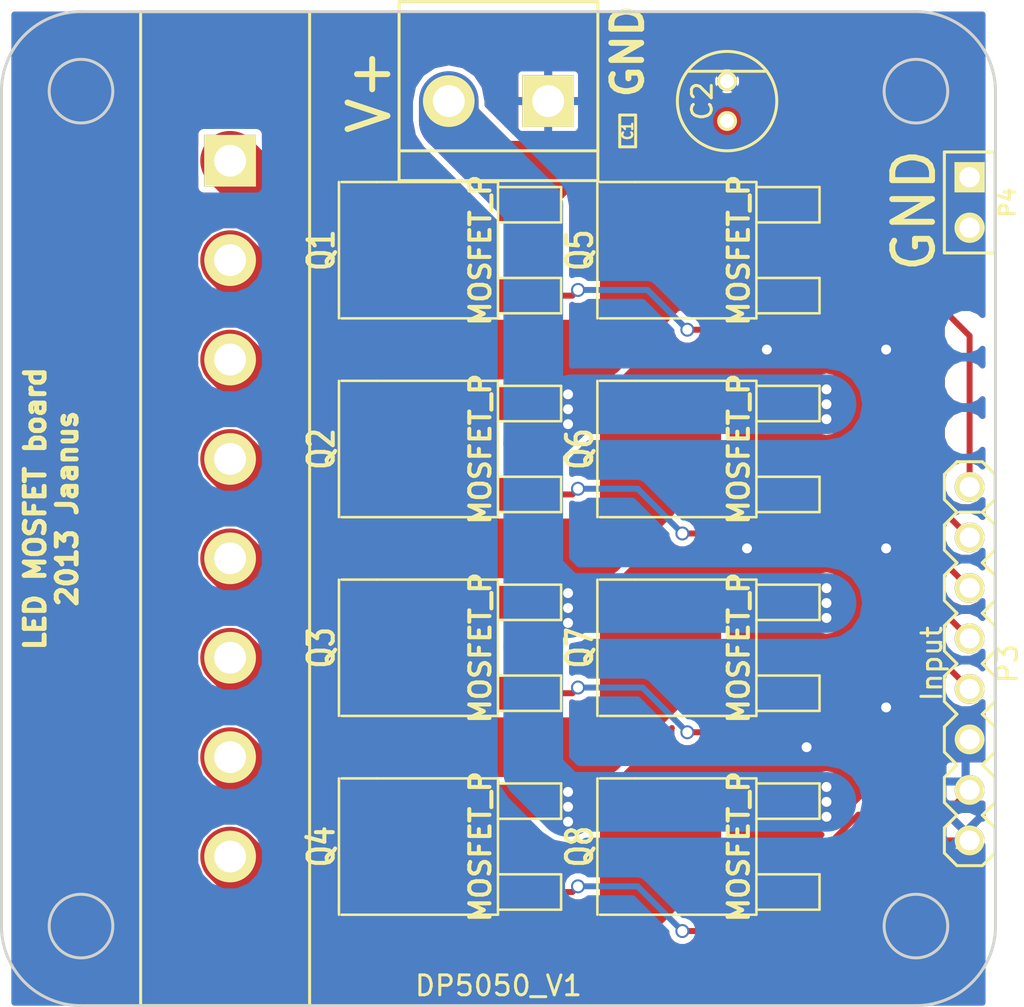
<source format=kicad_pcb>
(kicad_pcb (version 3) (host pcbnew "(2013-mar-13)-testing")

  (general
    (links 30)
    (no_connects 0)
    (area 128.803571 45.124999 184.78 96.375001)
    (thickness 1.6)
    (drawings 4)
    (tracks 198)
    (zones 0)
    (modules 15)
    (nets 19)
  )

  (page A4)
  (layers
    (15 F.Cu signal)
    (0 B.Cu signal)
    (16 B.Adhes user)
    (17 F.Adhes user)
    (18 B.Paste user)
    (19 F.Paste user)
    (20 B.SilkS user)
    (21 F.SilkS user)
    (22 B.Mask user)
    (23 F.Mask user)
    (24 Dwgs.User user)
    (25 Cmts.User user)
    (26 Eco1.User user)
    (27 Eco2.User user)
    (28 Edge.Cuts user)
  )

  (setup
    (last_trace_width 0.3)
    (user_trace_width 1)
    (user_trace_width 2)
    (user_trace_width 3)
    (trace_clearance 0.3)
    (zone_clearance 0.3)
    (zone_45_only no)
    (trace_min 0.2)
    (segment_width 0.2)
    (edge_width 0.15)
    (via_size 0.7)
    (via_drill 0.5)
    (via_min_size 0.5)
    (via_min_drill 0.3)
    (uvia_size 0.508)
    (uvia_drill 0.127)
    (uvias_allowed no)
    (uvia_min_size 0.508)
    (uvia_min_drill 0.127)
    (pcb_text_width 0.3)
    (pcb_text_size 1 1)
    (mod_edge_width 0.15)
    (mod_text_size 1 1)
    (mod_text_width 0.15)
    (pad_size 1 1)
    (pad_drill 0.6)
    (pad_to_mask_clearance 0)
    (aux_axis_origin 134 96)
    (visible_elements 7FFFFFFF)
    (pcbplotparams
      (layerselection 284196865)
      (usegerberextensions true)
      (excludeedgelayer true)
      (linewidth 0.150000)
      (plotframeref false)
      (viasonmask false)
      (mode 1)
      (useauxorigin true)
      (hpglpennumber 1)
      (hpglpenspeed 20)
      (hpglpendiameter 15)
      (hpglpenoverlay 2)
      (psnegative false)
      (psa4output false)
      (plotreference true)
      (plotvalue true)
      (plotothertext true)
      (plotinvisibletext false)
      (padsonsilk false)
      (subtractmaskfromsilk false)
      (outputformat 1)
      (mirror false)
      (drillshape 0)
      (scaleselection 1)
      (outputdirectory ../../../../../projektid/led/schematic/led_matrix_mos/gerber/))
  )

  (net 0 "")
  (net 1 GND)
  (net 2 N-000001)
  (net 3 N-0000011)
  (net 4 N-0000013)
  (net 5 N-0000014)
  (net 6 N-0000015)
  (net 7 N-0000016)
  (net 8 N-0000017)
  (net 9 N-0000018)
  (net 10 N-000002)
  (net 11 N-000003)
  (net 12 N-000004)
  (net 13 N-000005)
  (net 14 N-000006)
  (net 15 N-000007)
  (net 16 N-000008)
  (net 17 N-000009)
  (net 18 VCC)

  (net_class Default "This is the default net class."
    (clearance 0.3)
    (trace_width 0.3)
    (via_dia 0.7)
    (via_drill 0.5)
    (uvia_dia 0.508)
    (uvia_drill 0.127)
    (add_net "")
    (add_net GND)
    (add_net N-000001)
    (add_net N-0000011)
    (add_net N-0000013)
    (add_net N-0000014)
    (add_net N-0000015)
    (add_net N-0000016)
    (add_net N-0000017)
    (add_net N-0000018)
    (add_net N-000002)
    (add_net N-000003)
    (add_net N-000004)
    (add_net N-000005)
    (add_net N-000006)
    (add_net N-000007)
    (add_net N-000008)
    (add_net N-000009)
    (add_net VCC)
  )

  (module conn_8_5mm (layer F.Cu) (tedit 51BF82CD) (tstamp 51C14DB4)
    (at 145 71 270)
    (path /51C14010)
    (fp_text reference P1 (at 0 3.5 270) (layer F.SilkS) hide
      (effects (font (size 1 1) (thickness 0.15)))
    )
    (fp_text value Output (at 0 -3 270) (layer F.SilkS) hide
      (effects (font (size 1 1) (thickness 0.15)))
    )
    (fp_line (start -25 -4) (end 25 -4) (layer F.SilkS) (width 0.15))
    (fp_line (start 25 -4) (end 25 4.5) (layer F.SilkS) (width 0.15))
    (fp_line (start 25 4.5) (end -25 4.5) (layer F.SilkS) (width 0.15))
    (fp_line (start -25 4.5) (end -25 -4) (layer F.SilkS) (width 0.15))
    (pad 1 thru_hole rect (at -17.5 0 270) (size 2.6 2.6) (drill 1.6)
      (layers *.Cu *.Mask F.SilkS)
      (net 6 N-0000015)
    )
    (pad 2 thru_hole circle (at -12.5 0 270) (size 2.6 2.6) (drill 1.6)
      (layers *.Cu *.Mask F.SilkS)
      (net 5 N-0000014)
    )
    (pad 3 thru_hole circle (at -7.5 0 270) (size 2.6 2.6) (drill 1.6)
      (layers *.Cu *.Mask F.SilkS)
      (net 4 N-0000013)
    )
    (pad 4 thru_hole circle (at -2.5 0 270) (size 2.6 2.6) (drill 1.6)
      (layers *.Cu *.Mask F.SilkS)
      (net 3 N-0000011)
    )
    (pad 5 thru_hole circle (at 2.5 0 270) (size 2.6 2.6) (drill 1.6)
      (layers *.Cu *.Mask F.SilkS)
      (net 7 N-0000016)
    )
    (pad 6 thru_hole circle (at 7.5 0 270) (size 2.6 2.6) (drill 1.6)
      (layers *.Cu *.Mask F.SilkS)
      (net 8 N-0000017)
    )
    (pad 7 thru_hole circle (at 12.5 0 270) (size 2.6 2.6) (drill 1.6)
      (layers *.Cu *.Mask F.SilkS)
      (net 9 N-0000018)
    )
    (pad 8 thru_hole circle (at 17.5 0 270) (size 2.6 2.6) (drill 1.6)
      (layers *.Cu *.Mask F.SilkS)
      (net 10 N-000002)
    )
  )

  (module conn_2_5mm (layer F.Cu) (tedit 51C147A9) (tstamp 51C14DBF)
    (at 158.5 50.5 180)
    (path /51C1402E)
    (fp_text reference P2 (at 0 3.5 180) (layer F.SilkS) hide
      (effects (font (size 1 1) (thickness 0.15)))
    )
    (fp_text value Power (at 0 -3 180) (layer F.SilkS) hide
      (effects (font (size 1 1) (thickness 0.15)))
    )
    (fp_line (start -5 -2.5) (end 5 -2.5) (layer F.SilkS) (width 0.15))
    (fp_line (start -5 -4) (end 5 -4) (layer F.SilkS) (width 0.15))
    (fp_line (start 5 -4) (end 5 5) (layer F.SilkS) (width 0.15))
    (fp_line (start 5 5) (end -5 5) (layer F.SilkS) (width 0.15))
    (fp_line (start -5 5) (end -5 -4) (layer F.SilkS) (width 0.15))
    (pad 1 thru_hole rect (at -2.5 0 180) (size 2.6 2.6) (drill 1.6)
      (layers *.Cu *.Mask F.SilkS)
      (net 1 GND)
    )
    (pad 2 thru_hole circle (at 2.5 0 180) (size 2.6 2.6) (drill 1.6)
      (layers *.Cu *.Mask F.SilkS)
      (net 18 VCC)
    )
  )

  (module conn_8 (layer F.Cu) (tedit 516ACEE7) (tstamp 5347AAD1)
    (at 182.2 78.8 270)
    (path /51C14001)
    (fp_text reference P3 (at 0 -1.905 270) (layer F.SilkS)
      (effects (font (size 1 1) (thickness 0.15)))
    )
    (fp_text value Input (at 0 1.905 270) (layer F.SilkS)
      (effects (font (size 1 1) (thickness 0.15)))
    )
    (fp_line (start -7.62 -0.508) (end -7.62 0.508) (layer F.SilkS) (width 0.15))
    (fp_line (start 1.905 -1.27) (end 2.54 -0.635) (layer F.SilkS) (width 0.15))
    (fp_line (start 2.54 -0.635) (end 3.175 -1.27) (layer F.SilkS) (width 0.15))
    (fp_line (start 3.175 -1.27) (end 4.445 -1.27) (layer F.SilkS) (width 0.15))
    (fp_line (start 4.445 -1.27) (end 5.08 -0.635) (layer F.SilkS) (width 0.15))
    (fp_line (start 5.08 -0.635) (end 5.715 -1.27) (layer F.SilkS) (width 0.15))
    (fp_line (start 5.715 -1.27) (end 6.985 -1.27) (layer F.SilkS) (width 0.15))
    (fp_line (start 6.985 -1.27) (end 7.62 -0.635) (layer F.SilkS) (width 0.15))
    (fp_line (start 7.62 -0.635) (end 8.255 -1.27) (layer F.SilkS) (width 0.15))
    (fp_line (start 8.255 -1.27) (end 9.525 -1.27) (layer F.SilkS) (width 0.15))
    (fp_line (start 9.525 -1.27) (end 10.16 -0.635) (layer F.SilkS) (width 0.15))
    (fp_line (start 10.16 -0.635) (end 10.16 0.635) (layer F.SilkS) (width 0.15))
    (fp_line (start 10.16 0.635) (end 9.525 1.27) (layer F.SilkS) (width 0.15))
    (fp_line (start 9.525 1.27) (end 8.255 1.27) (layer F.SilkS) (width 0.15))
    (fp_line (start 8.255 1.27) (end 7.62 0.635) (layer F.SilkS) (width 0.15))
    (fp_line (start 7.62 0.635) (end 6.985 1.27) (layer F.SilkS) (width 0.15))
    (fp_line (start 6.985 1.27) (end 5.715 1.27) (layer F.SilkS) (width 0.15))
    (fp_line (start 5.715 1.27) (end 5.08 0.635) (layer F.SilkS) (width 0.15))
    (fp_line (start 5.08 0.635) (end 4.445 1.27) (layer F.SilkS) (width 0.15))
    (fp_line (start 4.445 1.27) (end 3.175 1.27) (layer F.SilkS) (width 0.15))
    (fp_line (start 3.175 1.27) (end 2.54 0.635) (layer F.SilkS) (width 0.15))
    (fp_line (start 2.54 0.635) (end 1.905 1.27) (layer F.SilkS) (width 0.15))
    (fp_line (start 1.905 1.27) (end 0.635 1.27) (layer F.SilkS) (width 0.15))
    (fp_line (start 0.635 1.27) (end 0 0.635) (layer F.SilkS) (width 0.15))
    (fp_line (start 0 0.635) (end -0.635 1.27) (layer F.SilkS) (width 0.15))
    (fp_line (start -0.635 1.27) (end -1.905 1.27) (layer F.SilkS) (width 0.15))
    (fp_line (start -1.905 1.27) (end -2.54 0.635) (layer F.SilkS) (width 0.15))
    (fp_line (start -2.54 0.635) (end -3.175 1.27) (layer F.SilkS) (width 0.15))
    (fp_line (start -3.175 1.27) (end -4.445 1.27) (layer F.SilkS) (width 0.15))
    (fp_line (start -4.445 1.27) (end -5.08 0.635) (layer F.SilkS) (width 0.15))
    (fp_line (start -5.08 0.635) (end -5.715 1.27) (layer F.SilkS) (width 0.15))
    (fp_line (start -5.715 1.27) (end -6.985 1.27) (layer F.SilkS) (width 0.15))
    (fp_line (start -6.985 1.27) (end -7.62 0.635) (layer F.SilkS) (width 0.15))
    (fp_line (start -7.62 0.635) (end -8.255 1.27) (layer F.SilkS) (width 0.15))
    (fp_line (start -8.255 1.27) (end -9.525 1.27) (layer F.SilkS) (width 0.15))
    (fp_line (start -9.525 1.27) (end -10.16 0.635) (layer F.SilkS) (width 0.15))
    (fp_line (start -10.16 0.635) (end -10.16 0) (layer F.SilkS) (width 0.15))
    (fp_line (start -10.16 0) (end -10.16 -0.635) (layer F.SilkS) (width 0.15))
    (fp_line (start -10.16 -0.635) (end -9.525 -1.27) (layer F.SilkS) (width 0.15))
    (fp_line (start -9.525 -1.27) (end -8.255 -1.27) (layer F.SilkS) (width 0.15))
    (fp_line (start -8.255 -1.27) (end -7.62 -0.635) (layer F.SilkS) (width 0.15))
    (fp_line (start -7.62 -0.635) (end -6.985 -1.27) (layer F.SilkS) (width 0.15))
    (fp_line (start -6.985 -1.27) (end -5.715 -1.27) (layer F.SilkS) (width 0.15))
    (fp_line (start -5.715 -1.27) (end -5.08 -0.635) (layer F.SilkS) (width 0.15))
    (fp_line (start -5.08 -0.635) (end -4.445 -1.27) (layer F.SilkS) (width 0.15))
    (fp_line (start -4.445 -1.27) (end -3.175 -1.27) (layer F.SilkS) (width 0.15))
    (fp_line (start -3.175 -1.27) (end -2.54 -0.635) (layer F.SilkS) (width 0.15))
    (fp_line (start -2.54 -0.635) (end -1.905 -1.27) (layer F.SilkS) (width 0.15))
    (fp_line (start -1.905 -1.27) (end -0.635 -1.27) (layer F.SilkS) (width 0.15))
    (fp_line (start -0.635 -1.27) (end 0 -0.635) (layer F.SilkS) (width 0.15))
    (fp_line (start 0 -0.635) (end 0.635 -1.27) (layer F.SilkS) (width 0.15))
    (fp_line (start 0.635 -1.27) (end 1.905 -1.27) (layer F.SilkS) (width 0.15))
    (pad 2 thru_hole circle (at -6.35 0 270) (size 1.5 1.5) (drill 1)
      (layers *.Cu *.Mask F.SilkS)
      (net 16 N-000008)
    )
    (pad 3 thru_hole circle (at -3.81 0 270) (size 1.5 1.5) (drill 1)
      (layers *.Cu *.Mask F.SilkS)
      (net 2 N-000001)
    )
    (pad 4 thru_hole circle (at -1.27 0 270) (size 1.5 1.5) (drill 1)
      (layers *.Cu *.Mask F.SilkS)
      (net 15 N-000007)
    )
    (pad 5 thru_hole circle (at 1.27 0 270) (size 1.5 1.5) (drill 1)
      (layers *.Cu *.Mask F.SilkS)
      (net 11 N-000003)
    )
    (pad 6 thru_hole circle (at 3.81 0 270) (size 1.5 1.5) (drill 1)
      (layers *.Cu *.Mask F.SilkS)
      (net 12 N-000004)
    )
    (pad 7 thru_hole circle (at 6.35 0 270) (size 1.5 1.5) (drill 1)
      (layers *.Cu *.Mask F.SilkS)
      (net 13 N-000005)
    )
    (pad 8 thru_hole circle (at 8.89 0 270) (size 1.5 1.5) (drill 1)
      (layers *.Cu *.Mask F.SilkS)
      (net 14 N-000006)
    )
    (pad 1 thru_hole circle (at -8.89 0 270) (size 1.5 1.5) (drill 1)
      (layers *.Cu *.Mask F.SilkS)
      (net 17 N-000009)
    )
  )

  (module conn_2 (layer F.Cu) (tedit 4565C520) (tstamp 5347AA90)
    (at 182.2 55.6 270)
    (descr "Connecteurs 2 pins")
    (tags "CONN DEV")
    (path /51C1401F)
    (fp_text reference P4 (at 0 -1.905 270) (layer F.SilkS)
      (effects (font (size 0.762 0.762) (thickness 0.1524)))
    )
    (fp_text value Ground (at 0 -1.905 270) (layer F.SilkS) hide
      (effects (font (size 0.762 0.762) (thickness 0.1524)))
    )
    (fp_line (start -2.54 1.27) (end -2.54 -1.27) (layer F.SilkS) (width 0.1524))
    (fp_line (start -2.54 -1.27) (end 2.54 -1.27) (layer F.SilkS) (width 0.1524))
    (fp_line (start 2.54 -1.27) (end 2.54 1.27) (layer F.SilkS) (width 0.1524))
    (fp_line (start 2.54 1.27) (end -2.54 1.27) (layer F.SilkS) (width 0.1524))
    (pad 1 thru_hole rect (at -1.27 0 270) (size 1.524 1.524) (drill 1.016)
      (layers *.Cu *.Mask F.SilkS)
      (net 1 GND)
    )
    (pad 2 thru_hole circle (at 1.27 0 270) (size 1.524 1.524) (drill 1.016)
      (layers *.Cu *.Mask F.SilkS)
      (net 1 GND)
    )
    (model pin_array/pins_array_2x1.wrl
      (at (xyz 0 0 0))
      (scale (xyz 1 1 1))
      (rotate (xyz 0 0 0))
    )
  )

  (module DPAK (layer F.Cu) (tedit 451BAACE) (tstamp 51C14E1B)
    (at 160 58 90)
    (descr "MOS boitier DPACK G-D-S")
    (tags "CMD DPACK")
    (path /51C14525)
    (attr smd)
    (fp_text reference Q1 (at 0 -10.414 90) (layer F.SilkS)
      (effects (font (size 1.27 1.016) (thickness 0.2032)))
    )
    (fp_text value MOSFET_P (at 0 -2.413 90) (layer F.SilkS)
      (effects (font (size 1.016 1.016) (thickness 0.2032)))
    )
    (fp_line (start 1.397 -1.524) (end 1.397 1.651) (layer F.SilkS) (width 0.127))
    (fp_line (start 1.397 1.651) (end 3.175 1.651) (layer F.SilkS) (width 0.127))
    (fp_line (start 3.175 1.651) (end 3.175 -1.524) (layer F.SilkS) (width 0.127))
    (fp_line (start -3.175 -1.524) (end -3.175 1.651) (layer F.SilkS) (width 0.127))
    (fp_line (start -3.175 1.651) (end -1.397 1.651) (layer F.SilkS) (width 0.127))
    (fp_line (start -1.397 1.651) (end -1.397 -1.524) (layer F.SilkS) (width 0.127))
    (fp_line (start 3.429 -7.62) (end 3.429 -1.524) (layer F.SilkS) (width 0.127))
    (fp_line (start 3.429 -1.524) (end -3.429 -1.524) (layer F.SilkS) (width 0.127))
    (fp_line (start -3.429 -1.524) (end -3.429 -9.398) (layer F.SilkS) (width 0.127))
    (fp_line (start -3.429 -9.525) (end 3.429 -9.525) (layer F.SilkS) (width 0.127))
    (fp_line (start 3.429 -9.398) (end 3.429 -7.62) (layer F.SilkS) (width 0.127))
    (pad 1 smd rect (at -2.286 0 90) (size 1.651 3.048)
      (layers F.Cu F.Paste F.Mask)
      (net 17 N-000009)
    )
    (pad 2 smd rect (at 0 -6.35 90) (size 6.096 6.096)
      (layers F.Cu F.Paste F.Mask)
      (net 6 N-0000015)
    )
    (pad 3 smd rect (at 2.286 0 90) (size 1.651 3.048)
      (layers F.Cu F.Paste F.Mask)
      (net 18 VCC)
    )
    (model smd/dpack_2.wrl
      (at (xyz 0 0 0))
      (scale (xyz 1 1 1))
      (rotate (xyz 0 0 0))
    )
  )

  (module DPAK (layer F.Cu) (tedit 451BAACE) (tstamp 51C14E2D)
    (at 160 68 90)
    (descr "MOS boitier DPACK G-D-S")
    (tags "CMD DPACK")
    (path /51C1453D)
    (attr smd)
    (fp_text reference Q2 (at 0 -10.414 90) (layer F.SilkS)
      (effects (font (size 1.27 1.016) (thickness 0.2032)))
    )
    (fp_text value MOSFET_P (at 0 -2.413 90) (layer F.SilkS)
      (effects (font (size 1.016 1.016) (thickness 0.2032)))
    )
    (fp_line (start 1.397 -1.524) (end 1.397 1.651) (layer F.SilkS) (width 0.127))
    (fp_line (start 1.397 1.651) (end 3.175 1.651) (layer F.SilkS) (width 0.127))
    (fp_line (start 3.175 1.651) (end 3.175 -1.524) (layer F.SilkS) (width 0.127))
    (fp_line (start -3.175 -1.524) (end -3.175 1.651) (layer F.SilkS) (width 0.127))
    (fp_line (start -3.175 1.651) (end -1.397 1.651) (layer F.SilkS) (width 0.127))
    (fp_line (start -1.397 1.651) (end -1.397 -1.524) (layer F.SilkS) (width 0.127))
    (fp_line (start 3.429 -7.62) (end 3.429 -1.524) (layer F.SilkS) (width 0.127))
    (fp_line (start 3.429 -1.524) (end -3.429 -1.524) (layer F.SilkS) (width 0.127))
    (fp_line (start -3.429 -1.524) (end -3.429 -9.398) (layer F.SilkS) (width 0.127))
    (fp_line (start -3.429 -9.525) (end 3.429 -9.525) (layer F.SilkS) (width 0.127))
    (fp_line (start 3.429 -9.398) (end 3.429 -7.62) (layer F.SilkS) (width 0.127))
    (pad 1 smd rect (at -2.286 0 90) (size 1.651 3.048)
      (layers F.Cu F.Paste F.Mask)
      (net 2 N-000001)
    )
    (pad 2 smd rect (at 0 -6.35 90) (size 6.096 6.096)
      (layers F.Cu F.Paste F.Mask)
      (net 4 N-0000013)
    )
    (pad 3 smd rect (at 2.286 0 90) (size 1.651 3.048)
      (layers F.Cu F.Paste F.Mask)
      (net 18 VCC)
    )
    (model smd/dpack_2.wrl
      (at (xyz 0 0 0))
      (scale (xyz 1 1 1))
      (rotate (xyz 0 0 0))
    )
  )

  (module DPAK (layer F.Cu) (tedit 451BAACE) (tstamp 51C14E3F)
    (at 160 78 90)
    (descr "MOS boitier DPACK G-D-S")
    (tags "CMD DPACK")
    (path /51C144A0)
    (attr smd)
    (fp_text reference Q3 (at 0 -10.414 90) (layer F.SilkS)
      (effects (font (size 1.27 1.016) (thickness 0.2032)))
    )
    (fp_text value MOSFET_P (at 0 -2.413 90) (layer F.SilkS)
      (effects (font (size 1.016 1.016) (thickness 0.2032)))
    )
    (fp_line (start 1.397 -1.524) (end 1.397 1.651) (layer F.SilkS) (width 0.127))
    (fp_line (start 1.397 1.651) (end 3.175 1.651) (layer F.SilkS) (width 0.127))
    (fp_line (start 3.175 1.651) (end 3.175 -1.524) (layer F.SilkS) (width 0.127))
    (fp_line (start -3.175 -1.524) (end -3.175 1.651) (layer F.SilkS) (width 0.127))
    (fp_line (start -3.175 1.651) (end -1.397 1.651) (layer F.SilkS) (width 0.127))
    (fp_line (start -1.397 1.651) (end -1.397 -1.524) (layer F.SilkS) (width 0.127))
    (fp_line (start 3.429 -7.62) (end 3.429 -1.524) (layer F.SilkS) (width 0.127))
    (fp_line (start 3.429 -1.524) (end -3.429 -1.524) (layer F.SilkS) (width 0.127))
    (fp_line (start -3.429 -1.524) (end -3.429 -9.398) (layer F.SilkS) (width 0.127))
    (fp_line (start -3.429 -9.525) (end 3.429 -9.525) (layer F.SilkS) (width 0.127))
    (fp_line (start 3.429 -9.398) (end 3.429 -7.62) (layer F.SilkS) (width 0.127))
    (pad 1 smd rect (at -2.286 0 90) (size 1.651 3.048)
      (layers F.Cu F.Paste F.Mask)
      (net 11 N-000003)
    )
    (pad 2 smd rect (at 0 -6.35 90) (size 6.096 6.096)
      (layers F.Cu F.Paste F.Mask)
      (net 7 N-0000016)
    )
    (pad 3 smd rect (at 2.286 0 90) (size 1.651 3.048)
      (layers F.Cu F.Paste F.Mask)
      (net 18 VCC)
    )
    (model smd/dpack_2.wrl
      (at (xyz 0 0 0))
      (scale (xyz 1 1 1))
      (rotate (xyz 0 0 0))
    )
  )

  (module DPAK (layer F.Cu) (tedit 451BAACE) (tstamp 51C14E51)
    (at 160 88 90)
    (descr "MOS boitier DPACK G-D-S")
    (tags "CMD DPACK")
    (path /51C14503)
    (attr smd)
    (fp_text reference Q4 (at 0 -10.414 90) (layer F.SilkS)
      (effects (font (size 1.27 1.016) (thickness 0.2032)))
    )
    (fp_text value MOSFET_P (at 0 -2.413 90) (layer F.SilkS)
      (effects (font (size 1.016 1.016) (thickness 0.2032)))
    )
    (fp_line (start 1.397 -1.524) (end 1.397 1.651) (layer F.SilkS) (width 0.127))
    (fp_line (start 1.397 1.651) (end 3.175 1.651) (layer F.SilkS) (width 0.127))
    (fp_line (start 3.175 1.651) (end 3.175 -1.524) (layer F.SilkS) (width 0.127))
    (fp_line (start -3.175 -1.524) (end -3.175 1.651) (layer F.SilkS) (width 0.127))
    (fp_line (start -3.175 1.651) (end -1.397 1.651) (layer F.SilkS) (width 0.127))
    (fp_line (start -1.397 1.651) (end -1.397 -1.524) (layer F.SilkS) (width 0.127))
    (fp_line (start 3.429 -7.62) (end 3.429 -1.524) (layer F.SilkS) (width 0.127))
    (fp_line (start 3.429 -1.524) (end -3.429 -1.524) (layer F.SilkS) (width 0.127))
    (fp_line (start -3.429 -1.524) (end -3.429 -9.398) (layer F.SilkS) (width 0.127))
    (fp_line (start -3.429 -9.525) (end 3.429 -9.525) (layer F.SilkS) (width 0.127))
    (fp_line (start 3.429 -9.398) (end 3.429 -7.62) (layer F.SilkS) (width 0.127))
    (pad 1 smd rect (at -2.286 0 90) (size 1.651 3.048)
      (layers F.Cu F.Paste F.Mask)
      (net 13 N-000005)
    )
    (pad 2 smd rect (at 0 -6.35 90) (size 6.096 6.096)
      (layers F.Cu F.Paste F.Mask)
      (net 9 N-0000018)
    )
    (pad 3 smd rect (at 2.286 0 90) (size 1.651 3.048)
      (layers F.Cu F.Paste F.Mask)
      (net 18 VCC)
    )
    (model smd/dpack_2.wrl
      (at (xyz 0 0 0))
      (scale (xyz 1 1 1))
      (rotate (xyz 0 0 0))
    )
  )

  (module DPAK (layer F.Cu) (tedit 451BAACE) (tstamp 51C14E63)
    (at 173 58 90)
    (descr "MOS boitier DPACK G-D-S")
    (tags "CMD DPACK")
    (path /51C1452B)
    (attr smd)
    (fp_text reference Q5 (at 0 -10.414 90) (layer F.SilkS)
      (effects (font (size 1.27 1.016) (thickness 0.2032)))
    )
    (fp_text value MOSFET_P (at 0 -2.413 90) (layer F.SilkS)
      (effects (font (size 1.016 1.016) (thickness 0.2032)))
    )
    (fp_line (start 1.397 -1.524) (end 1.397 1.651) (layer F.SilkS) (width 0.127))
    (fp_line (start 1.397 1.651) (end 3.175 1.651) (layer F.SilkS) (width 0.127))
    (fp_line (start 3.175 1.651) (end 3.175 -1.524) (layer F.SilkS) (width 0.127))
    (fp_line (start -3.175 -1.524) (end -3.175 1.651) (layer F.SilkS) (width 0.127))
    (fp_line (start -3.175 1.651) (end -1.397 1.651) (layer F.SilkS) (width 0.127))
    (fp_line (start -1.397 1.651) (end -1.397 -1.524) (layer F.SilkS) (width 0.127))
    (fp_line (start 3.429 -7.62) (end 3.429 -1.524) (layer F.SilkS) (width 0.127))
    (fp_line (start 3.429 -1.524) (end -3.429 -1.524) (layer F.SilkS) (width 0.127))
    (fp_line (start -3.429 -1.524) (end -3.429 -9.398) (layer F.SilkS) (width 0.127))
    (fp_line (start -3.429 -9.525) (end 3.429 -9.525) (layer F.SilkS) (width 0.127))
    (fp_line (start 3.429 -9.398) (end 3.429 -7.62) (layer F.SilkS) (width 0.127))
    (pad 1 smd rect (at -2.286 0 90) (size 1.651 3.048)
      (layers F.Cu F.Paste F.Mask)
      (net 16 N-000008)
    )
    (pad 2 smd rect (at 0 -6.35 90) (size 6.096 6.096)
      (layers F.Cu F.Paste F.Mask)
      (net 5 N-0000014)
    )
    (pad 3 smd rect (at 2.286 0 90) (size 1.651 3.048)
      (layers F.Cu F.Paste F.Mask)
      (net 18 VCC)
    )
    (model smd/dpack_2.wrl
      (at (xyz 0 0 0))
      (scale (xyz 1 1 1))
      (rotate (xyz 0 0 0))
    )
  )

  (module DPAK (layer F.Cu) (tedit 451BAACE) (tstamp 51C14E75)
    (at 173 68 90)
    (descr "MOS boitier DPACK G-D-S")
    (tags "CMD DPACK")
    (path /51C14543)
    (attr smd)
    (fp_text reference Q6 (at 0 -10.414 90) (layer F.SilkS)
      (effects (font (size 1.27 1.016) (thickness 0.2032)))
    )
    (fp_text value MOSFET_P (at 0 -2.413 90) (layer F.SilkS)
      (effects (font (size 1.016 1.016) (thickness 0.2032)))
    )
    (fp_line (start 1.397 -1.524) (end 1.397 1.651) (layer F.SilkS) (width 0.127))
    (fp_line (start 1.397 1.651) (end 3.175 1.651) (layer F.SilkS) (width 0.127))
    (fp_line (start 3.175 1.651) (end 3.175 -1.524) (layer F.SilkS) (width 0.127))
    (fp_line (start -3.175 -1.524) (end -3.175 1.651) (layer F.SilkS) (width 0.127))
    (fp_line (start -3.175 1.651) (end -1.397 1.651) (layer F.SilkS) (width 0.127))
    (fp_line (start -1.397 1.651) (end -1.397 -1.524) (layer F.SilkS) (width 0.127))
    (fp_line (start 3.429 -7.62) (end 3.429 -1.524) (layer F.SilkS) (width 0.127))
    (fp_line (start 3.429 -1.524) (end -3.429 -1.524) (layer F.SilkS) (width 0.127))
    (fp_line (start -3.429 -1.524) (end -3.429 -9.398) (layer F.SilkS) (width 0.127))
    (fp_line (start -3.429 -9.525) (end 3.429 -9.525) (layer F.SilkS) (width 0.127))
    (fp_line (start 3.429 -9.398) (end 3.429 -7.62) (layer F.SilkS) (width 0.127))
    (pad 1 smd rect (at -2.286 0 90) (size 1.651 3.048)
      (layers F.Cu F.Paste F.Mask)
      (net 15 N-000007)
    )
    (pad 2 smd rect (at 0 -6.35 90) (size 6.096 6.096)
      (layers F.Cu F.Paste F.Mask)
      (net 3 N-0000011)
    )
    (pad 3 smd rect (at 2.286 0 90) (size 1.651 3.048)
      (layers F.Cu F.Paste F.Mask)
      (net 18 VCC)
    )
    (model smd/dpack_2.wrl
      (at (xyz 0 0 0))
      (scale (xyz 1 1 1))
      (rotate (xyz 0 0 0))
    )
  )

  (module DPAK (layer F.Cu) (tedit 451BAACE) (tstamp 51C14E87)
    (at 173 78 90)
    (descr "MOS boitier DPACK G-D-S")
    (tags "CMD DPACK")
    (path /51C144CB)
    (attr smd)
    (fp_text reference Q7 (at 0 -10.414 90) (layer F.SilkS)
      (effects (font (size 1.27 1.016) (thickness 0.2032)))
    )
    (fp_text value MOSFET_P (at 0 -2.413 90) (layer F.SilkS)
      (effects (font (size 1.016 1.016) (thickness 0.2032)))
    )
    (fp_line (start 1.397 -1.524) (end 1.397 1.651) (layer F.SilkS) (width 0.127))
    (fp_line (start 1.397 1.651) (end 3.175 1.651) (layer F.SilkS) (width 0.127))
    (fp_line (start 3.175 1.651) (end 3.175 -1.524) (layer F.SilkS) (width 0.127))
    (fp_line (start -3.175 -1.524) (end -3.175 1.651) (layer F.SilkS) (width 0.127))
    (fp_line (start -3.175 1.651) (end -1.397 1.651) (layer F.SilkS) (width 0.127))
    (fp_line (start -1.397 1.651) (end -1.397 -1.524) (layer F.SilkS) (width 0.127))
    (fp_line (start 3.429 -7.62) (end 3.429 -1.524) (layer F.SilkS) (width 0.127))
    (fp_line (start 3.429 -1.524) (end -3.429 -1.524) (layer F.SilkS) (width 0.127))
    (fp_line (start -3.429 -1.524) (end -3.429 -9.398) (layer F.SilkS) (width 0.127))
    (fp_line (start -3.429 -9.525) (end 3.429 -9.525) (layer F.SilkS) (width 0.127))
    (fp_line (start 3.429 -9.398) (end 3.429 -7.62) (layer F.SilkS) (width 0.127))
    (pad 1 smd rect (at -2.286 0 90) (size 1.651 3.048)
      (layers F.Cu F.Paste F.Mask)
      (net 12 N-000004)
    )
    (pad 2 smd rect (at 0 -6.35 90) (size 6.096 6.096)
      (layers F.Cu F.Paste F.Mask)
      (net 8 N-0000017)
    )
    (pad 3 smd rect (at 2.286 0 90) (size 1.651 3.048)
      (layers F.Cu F.Paste F.Mask)
      (net 18 VCC)
    )
    (model smd/dpack_2.wrl
      (at (xyz 0 0 0))
      (scale (xyz 1 1 1))
      (rotate (xyz 0 0 0))
    )
  )

  (module DPAK (layer F.Cu) (tedit 451BAACE) (tstamp 51C14E99)
    (at 173 88 90)
    (descr "MOS boitier DPACK G-D-S")
    (tags "CMD DPACK")
    (path /51C14509)
    (attr smd)
    (fp_text reference Q8 (at 0 -10.414 90) (layer F.SilkS)
      (effects (font (size 1.27 1.016) (thickness 0.2032)))
    )
    (fp_text value MOSFET_P (at 0 -2.413 90) (layer F.SilkS)
      (effects (font (size 1.016 1.016) (thickness 0.2032)))
    )
    (fp_line (start 1.397 -1.524) (end 1.397 1.651) (layer F.SilkS) (width 0.127))
    (fp_line (start 1.397 1.651) (end 3.175 1.651) (layer F.SilkS) (width 0.127))
    (fp_line (start 3.175 1.651) (end 3.175 -1.524) (layer F.SilkS) (width 0.127))
    (fp_line (start -3.175 -1.524) (end -3.175 1.651) (layer F.SilkS) (width 0.127))
    (fp_line (start -3.175 1.651) (end -1.397 1.651) (layer F.SilkS) (width 0.127))
    (fp_line (start -1.397 1.651) (end -1.397 -1.524) (layer F.SilkS) (width 0.127))
    (fp_line (start 3.429 -7.62) (end 3.429 -1.524) (layer F.SilkS) (width 0.127))
    (fp_line (start 3.429 -1.524) (end -3.429 -1.524) (layer F.SilkS) (width 0.127))
    (fp_line (start -3.429 -1.524) (end -3.429 -9.398) (layer F.SilkS) (width 0.127))
    (fp_line (start -3.429 -9.525) (end 3.429 -9.525) (layer F.SilkS) (width 0.127))
    (fp_line (start 3.429 -9.398) (end 3.429 -7.62) (layer F.SilkS) (width 0.127))
    (pad 1 smd rect (at -2.286 0 90) (size 1.651 3.048)
      (layers F.Cu F.Paste F.Mask)
      (net 14 N-000006)
    )
    (pad 2 smd rect (at 0 -6.35 90) (size 6.096 6.096)
      (layers F.Cu F.Paste F.Mask)
      (net 10 N-000002)
    )
    (pad 3 smd rect (at 2.286 0 90) (size 1.651 3.048)
      (layers F.Cu F.Paste F.Mask)
      (net 18 VCC)
    )
    (model smd/dpack_2.wrl
      (at (xyz 0 0 0))
      (scale (xyz 1 1 1))
      (rotate (xyz 0 0 0))
    )
  )

  (module DP5050_V1 (layer F.Cu) (tedit 51C01182) (tstamp 51C15063)
    (at 158.5 71)
    (fp_text reference DP5050_V1 (at 0 24) (layer F.SilkS)
      (effects (font (size 1 1) (thickness 0.15)))
    )
    (fp_text value VAL** (at -7 24) (layer F.SilkS) hide
      (effects (font (size 1 1) (thickness 0.15)))
    )
    (fp_line (start 19.75 -2) (end 19.75 2) (layer Dwgs.User) (width 0.15))
    (fp_line (start -19.75 -2) (end -19.75 2) (layer Dwgs.User) (width 0.15))
    (fp_line (start 0 2) (end 0 -2) (layer Dwgs.User) (width 0.15))
    (fp_line (start -25 0) (end 25 0) (layer Dwgs.User) (width 0.15))
    (fp_line (start -21 -18) (end -25 -18) (layer Dwgs.User) (width 0.15))
    (fp_line (start -18 -21) (end -18 -25) (layer Dwgs.User) (width 0.15))
    (fp_line (start -21 18) (end -25 18) (layer Dwgs.User) (width 0.15))
    (fp_line (start -18 21) (end -18 25) (layer Dwgs.User) (width 0.15))
    (fp_line (start 21 -18) (end 25 -18) (layer Dwgs.User) (width 0.15))
    (fp_line (start 18 -25) (end 18 -21) (layer Dwgs.User) (width 0.15))
    (fp_arc (start 21 -21) (end 21 -18) (angle 90) (layer Dwgs.User) (width 0.15))
    (fp_arc (start -21 -21) (end -18 -21) (angle 90) (layer Dwgs.User) (width 0.15))
    (fp_arc (start -21 21) (end -21 18) (angle 90) (layer Dwgs.User) (width 0.15))
    (fp_line (start 21 18) (end 25 18) (layer Dwgs.User) (width 0.15))
    (fp_line (start 18 21) (end 18 25) (layer Dwgs.User) (width 0.15))
    (fp_arc (start 21 21) (end 18 21) (angle 90) (layer Dwgs.User) (width 0.15))
    (fp_circle (center 21 21) (end 22.6 21) (layer Edge.Cuts) (width 0.15))
    (fp_circle (center 21 -21) (end 22.6 -21) (layer Edge.Cuts) (width 0.15))
    (fp_circle (center -21 -21) (end -19.4 -21) (layer Edge.Cuts) (width 0.15))
    (fp_circle (center -21 21) (end -19.4 21) (layer Edge.Cuts) (width 0.15))
    (fp_line (start -25 21) (end -25 -21) (layer Edge.Cuts) (width 0.15))
    (fp_line (start 21 25) (end -21 25) (layer Edge.Cuts) (width 0.15))
    (fp_line (start 25 -21) (end 25 21) (layer Edge.Cuts) (width 0.15))
    (fp_line (start -21 -25) (end 21 -25) (layer Edge.Cuts) (width 0.15))
    (fp_arc (start -21 -21) (end -25 -21) (angle 90) (layer Edge.Cuts) (width 0.15))
    (fp_arc (start -21 21) (end -21 25) (angle 90) (layer Edge.Cuts) (width 0.15))
    (fp_arc (start 21 21) (end 25 21) (angle 90) (layer Edge.Cuts) (width 0.15))
    (fp_arc (start 21 -21) (end 21 -25) (angle 90) (layer Edge.Cuts) (width 0.15))
  )

  (module 0603 (layer F.Cu) (tedit 51715D35) (tstamp 51C1526C)
    (at 165 52 90)
    (path /51C14C5E)
    (attr smd)
    (fp_text reference C1 (at 0 0 90) (layer F.SilkS)
      (effects (font (size 0.508 0.4572) (thickness 0.1143)))
    )
    (fp_text value 100n (at 0 0 90) (layer F.SilkS) hide
      (effects (font (size 0.508 0.4572) (thickness 0.1143)))
    )
    (fp_line (start -0.8 -0.4) (end 0.8 -0.4) (layer F.SilkS) (width 0.15))
    (fp_line (start 0.8 -0.4) (end 0.8 0.4) (layer F.SilkS) (width 0.15))
    (fp_line (start 0.8 0.4) (end -0.8 0.4) (layer F.SilkS) (width 0.15))
    (fp_line (start -0.8 0.4) (end -0.8 -0.4) (layer F.SilkS) (width 0.15))
    (pad 1 smd rect (at -0.762 0 90) (size 0.635 1.143)
      (layers F.Cu F.Paste F.Mask)
      (net 18 VCC)
    )
    (pad 2 smd rect (at 0.762 0 90) (size 0.635 1.143)
      (layers F.Cu F.Paste F.Mask)
      (net 1 GND)
    )
    (model smd\resistors\R0603.wrl
      (at (xyz 0 0 0.001))
      (scale (xyz 0.5 0.5 0.5))
      (rotate (xyz 0 0 0))
    )
  )

  (module CP_5mm (layer F.Cu) (tedit 51DD345F) (tstamp 51C15274)
    (at 170 50.5 90)
    (path /51C14C86)
    (fp_text reference C2 (at 0 -1.25 90) (layer F.SilkS)
      (effects (font (size 1 1) (thickness 0.15)))
    )
    (fp_text value 100u (at 0 1.25 90) (layer F.SilkS) hide
      (effects (font (size 1 1) (thickness 0.15)))
    )
    (fp_line (start 1.5 -2) (end 1.5 2) (layer F.SilkS) (width 0.15))
    (fp_circle (center 0 0) (end 2.5 0) (layer F.SilkS) (width 0.15))
    (pad 1 thru_hole circle (at -1 0 90) (size 1 1) (drill 0.7)
      (layers *.Cu *.Mask F.SilkS)
      (net 18 VCC)
    )
    (pad 2 thru_hole circle (at 1 0 90) (size 1 1) (drill 0.7)
      (layers *.Cu *.Mask F.SilkS)
      (net 1 GND)
    )
  )

  (gr_text "LED MOSFET board\n2013 Jaanus" (at 136 71 90) (layer F.SilkS)
    (effects (font (size 1 1) (thickness 0.25)))
  )
  (gr_text GND (at 179.4 56 90) (layer F.SilkS)
    (effects (font (size 2 2) (thickness 0.3)))
  )
  (gr_text V+ (at 152 50 90) (layer F.SilkS)
    (effects (font (size 2 2) (thickness 0.3)))
  )
  (gr_text GND (at 165 48 90) (layer F.SilkS)
    (effects (font (size 1.5 1.5) (thickness 0.3)))
  )

  (segment (start 178 63) (end 172 63) (width 0.3) (layer B.Cu) (net 1))
  (via (at 178 63) (size 0.7) (layers F.Cu B.Cu) (net 1))
  (via (at 172 63) (size 0.7) (layers F.Cu B.Cu) (net 1))
  (segment (start 178 73) (end 178 81) (width 0.3) (layer B.Cu) (net 1))
  (via (at 174 83) (size 0.7) (layers F.Cu B.Cu) (net 1))
  (segment (start 176 81) (end 174 83) (width 0.3) (layer F.Cu) (net 1) (tstamp 51C15551))
  (segment (start 178 81) (end 176 81) (width 0.3) (layer F.Cu) (net 1) (tstamp 51C15550))
  (via (at 178 81) (size 0.7) (layers F.Cu B.Cu) (net 1))
  (segment (start 178 63) (end 178 73) (width 0.3) (layer B.Cu) (net 1))
  (segment (start 178 57.5) (end 178 63) (width 0.3) (layer B.Cu) (net 1) (tstamp 51C15542))
  (segment (start 170 49.5) (end 178 57.5) (width 0.3) (layer B.Cu) (net 1))
  (via (at 171 73) (size 0.7) (layers F.Cu B.Cu) (net 1))
  (segment (start 178 73) (end 171 73) (width 0.3) (layer F.Cu) (net 1) (tstamp 51C15549))
  (via (at 178 73) (size 0.7) (layers F.Cu B.Cu) (net 1))
  (segment (start 182.2 74.99) (end 182.19 74.99) (width 0.3) (layer F.Cu) (net 2) (status C00000))
  (segment (start 165.5 70) (end 167.75 72.25) (width 0.3) (layer B.Cu) (net 2) (tstamp 51C154F9))
  (via (at 167.75 72.25) (size 0.7) (layers F.Cu B.Cu) (net 2))
  (segment (start 167.75 72.25) (end 169.75 72.25) (width 0.3) (layer F.Cu) (net 2) (tstamp 51C154FC))
  (segment (start 169.75 72.25) (end 170.5 71.5) (width 0.3) (layer F.Cu) (net 2) (tstamp 51C154FD))
  (segment (start 170.5 71.5) (end 170.5 69.75) (width 0.3) (layer F.Cu) (net 2) (tstamp 51C154FE))
  (segment (start 170.5 69.75) (end 171.25 69) (width 0.3) (layer F.Cu) (net 2) (tstamp 51C154FF))
  (segment (start 162.214 70.286) (end 160 70.286) (width 0.3) (layer F.Cu) (net 2))
  (via (at 162.5 70) (size 0.7) (layers F.Cu B.Cu) (net 2))
  (segment (start 162.214 70.286) (end 162.5 70) (width 0.3) (layer F.Cu) (net 2) (tstamp 51C15400))
  (segment (start 162.5 70) (end 165.5 70) (width 0.3) (layer B.Cu) (net 2))
  (segment (start 176.2 69) (end 171.25 69) (width 0.3) (layer F.Cu) (net 2) (tstamp 5347ABA1))
  (segment (start 182.19 74.99) (end 176.2 69) (width 0.3) (layer F.Cu) (net 2) (tstamp 5347ABA0) (status 400000))
  (segment (start 149.5 73) (end 145 68.5) (width 3) (layer F.Cu) (net 3) (tstamp 51C153AE))
  (segment (start 163.5 73) (end 149.5 73) (width 3) (layer F.Cu) (net 3) (tstamp 51C153AD))
  (segment (start 166.15 70.35) (end 163.5 73) (width 3) (layer F.Cu) (net 3) (tstamp 51C153AC))
  (segment (start 153.65 68) (end 149.5 68) (width 3) (layer F.Cu) (net 4))
  (segment (start 149.5 68) (end 145 63.5) (width 3) (layer F.Cu) (net 4) (tstamp 51C153A9))
  (segment (start 166.65 58) (end 166.65 59.85) (width 3) (layer F.Cu) (net 5))
  (segment (start 149.5 63) (end 145 58.5) (width 3) (layer F.Cu) (net 5) (tstamp 51C153A3))
  (segment (start 163.5 63) (end 149.5 63) (width 3) (layer F.Cu) (net 5) (tstamp 51C153A2))
  (segment (start 166.65 59.85) (end 163.5 63) (width 3) (layer F.Cu) (net 5) (tstamp 51C153A1))
  (segment (start 153.65 58) (end 149.5 58) (width 3) (layer F.Cu) (net 6))
  (segment (start 149.5 58) (end 145 53.5) (width 3) (layer F.Cu) (net 6) (tstamp 51C153A6))
  (segment (start 153.65 78) (end 149.5 78) (width 3) (layer F.Cu) (net 7))
  (segment (start 149.5 78) (end 145 73.5) (width 3) (layer F.Cu) (net 7) (tstamp 51C153BF))
  (segment (start 166.65 78) (end 166.65 79.85) (width 3) (layer F.Cu) (net 8))
  (segment (start 149.5 83) (end 145 78.5) (width 3) (layer F.Cu) (net 8) (tstamp 51C153BC))
  (segment (start 163.5 83) (end 149.5 83) (width 3) (layer F.Cu) (net 8) (tstamp 51C153BB))
  (segment (start 166.65 79.85) (end 163.5 83) (width 3) (layer F.Cu) (net 8) (tstamp 51C153BA))
  (segment (start 153.65 88) (end 149.5 88) (width 3) (layer F.Cu) (net 9))
  (segment (start 149.5 88) (end 145 83.5) (width 3) (layer F.Cu) (net 9) (tstamp 51C153C2))
  (segment (start 166.65 88) (end 166.65 89.85) (width 3) (layer F.Cu) (net 10))
  (segment (start 149.5 93) (end 145 88.5) (width 3) (layer F.Cu) (net 10) (tstamp 51C153C7))
  (segment (start 163.5 93) (end 149.5 93) (width 3) (layer F.Cu) (net 10) (tstamp 51C153C6))
  (segment (start 166.65 89.85) (end 163.5 93) (width 3) (layer F.Cu) (net 10) (tstamp 51C153C5))
  (segment (start 176 79) (end 181.13 79) (width 0.3) (layer F.Cu) (net 11))
  (segment (start 170.5 79.75) (end 171.25 79) (width 0.3) (layer F.Cu) (net 11) (tstamp 51C15510))
  (segment (start 170.5 81.25) (end 170.5 79.75) (width 0.3) (layer F.Cu) (net 11) (tstamp 51C1550F))
  (segment (start 169.5 82.25) (end 170.5 81.25) (width 0.3) (layer F.Cu) (net 11) (tstamp 51C1550E))
  (segment (start 171.25 79) (end 176 79) (width 0.3) (layer F.Cu) (net 11))
  (segment (start 162.5 80) (end 165.75 80) (width 0.3) (layer B.Cu) (net 11))
  (segment (start 162.214 80.286) (end 162.5 80) (width 0.3) (layer F.Cu) (net 11) (tstamp 51C15404))
  (via (at 162.5 80) (size 0.7) (layers F.Cu B.Cu) (net 11))
  (segment (start 160 80.286) (end 162.214 80.286) (width 0.3) (layer F.Cu) (net 11))
  (segment (start 168 82.25) (end 169.5 82.25) (width 0.3) (layer F.Cu) (net 11) (tstamp 51C1550D))
  (via (at 168 82.25) (size 0.7) (layers F.Cu B.Cu) (net 11))
  (segment (start 165.75 80) (end 168 82.25) (width 0.3) (layer B.Cu) (net 11) (tstamp 51C1550A))
  (segment (start 181.13 79) (end 182.2 80.07) (width 0.3) (layer F.Cu) (net 11) (tstamp 5347AB8F) (status 800000))
  (segment (start 176.248528 79.600002) (end 179.190002 79.600002) (width 0.3) (layer F.Cu) (net 12))
  (segment (start 173.685998 79.600002) (end 176.248528 79.600002) (width 0.3) (layer F.Cu) (net 12) (tstamp 51C15524))
  (segment (start 173 80.286) (end 173.685998 79.600002) (width 0.3) (layer F.Cu) (net 12))
  (segment (start 179.190002 79.600002) (end 182.2 82.61) (width 0.3) (layer F.Cu) (net 12) (tstamp 5347AB8B) (status 800000))
  (segment (start 174 89) (end 176.6 86.4) (width 0.3) (layer F.Cu) (net 13))
  (segment (start 165.5 90) (end 167.75 92.25) (width 0.3) (layer B.Cu) (net 13) (tstamp 51C1552A))
  (via (at 167.75 92.25) (size 0.7) (layers F.Cu B.Cu) (net 13))
  (segment (start 167.75 92.25) (end 169.75 92.25) (width 0.3) (layer F.Cu) (net 13) (tstamp 51C1552D))
  (segment (start 169.75 92.25) (end 170.5 91.5) (width 0.3) (layer F.Cu) (net 13) (tstamp 51C1552E))
  (segment (start 170.5 91.5) (end 170.5 89.75) (width 0.3) (layer F.Cu) (net 13) (tstamp 51C1552F))
  (segment (start 170.5 89.75) (end 171.25 89) (width 0.3) (layer F.Cu) (net 13) (tstamp 51C15530))
  (segment (start 171.25 89) (end 174 89) (width 0.3) (layer F.Cu) (net 13) (tstamp 51C15531))
  (segment (start 160 90.286) (end 162.214 90.286) (width 0.3) (layer F.Cu) (net 13))
  (via (at 162.5 90) (size 0.7) (layers F.Cu B.Cu) (net 13))
  (segment (start 162.214 90.286) (end 162.5 90) (width 0.3) (layer F.Cu) (net 13) (tstamp 51C153EC))
  (segment (start 162.5 90) (end 165.5 90) (width 0.3) (layer B.Cu) (net 13))
  (segment (start 180.95 86.4) (end 182.2 85.15) (width 0.3) (layer F.Cu) (net 13) (tstamp 5347AB86) (status 800000))
  (segment (start 176.6 86.4) (end 180.95 86.4) (width 0.3) (layer F.Cu) (net 13) (tstamp 5347AB85))
  (segment (start 182.2 87.69) (end 176.31 87.69) (width 0.3) (layer F.Cu) (net 14) (status 400000))
  (segment (start 173.714 90.286) (end 173 90.286) (width 0.3) (layer F.Cu) (net 14) (tstamp 5347AB61) (status C00000))
  (segment (start 176.31 87.69) (end 173.714 90.286) (width 0.3) (layer F.Cu) (net 14) (tstamp 5347AB5F) (status 800000))
  (segment (start 173.56253 90.286) (end 173 90.286) (width 0.3) (layer F.Cu) (net 14) (tstamp 51C1553C))
  (segment (start 173 70.286) (end 176.63747 70.286) (width 0.3) (layer F.Cu) (net 15) (status 400000))
  (segment (start 180.6 75.93) (end 182.2 77.53) (width 0.3) (layer F.Cu) (net 15) (tstamp 5347ABA9) (status 800000))
  (segment (start 180.6 74.24853) (end 180.6 75.93) (width 0.3) (layer F.Cu) (net 15) (tstamp 5347ABA7))
  (segment (start 176.63747 70.286) (end 180.6 74.24853) (width 0.3) (layer F.Cu) (net 15) (tstamp 5347ABA5))
  (segment (start 173 70.286) (end 173.685998 69.600002) (width 0.3) (layer F.Cu) (net 15))
  (segment (start 178.6 59.600002) (end 178.641472 59.600002) (width 0.3) (layer F.Cu) (net 16))
  (segment (start 178.641472 59.600002) (end 180.8 61.75853) (width 0.3) (layer F.Cu) (net 16) (tstamp 5347AB99))
  (segment (start 180.8 71.05) (end 182.2 72.45) (width 0.3) (layer F.Cu) (net 16) (tstamp 5347AB9C) (status 800000))
  (segment (start 180.8 61.75853) (end 180.8 71.05) (width 0.3) (layer F.Cu) (net 16) (tstamp 5347AB9A))
  (segment (start 173 60.286) (end 173.685998 59.600002) (width 0.3) (layer F.Cu) (net 16))
  (segment (start 173.685998 59.600002) (end 178.6 59.600002) (width 0.3) (layer F.Cu) (net 16) (tstamp 51C154F0))
  (segment (start 182.2 69.91) (end 182.2 62.31) (width 0.3) (layer F.Cu) (net 17) (status 400000))
  (segment (start 162.214 60.286) (end 160 60.286) (width 0.3) (layer F.Cu) (net 17))
  (segment (start 162.214 60.286) (end 162.5 60) (width 0.3) (layer F.Cu) (net 17) (tstamp 51C153FC))
  (via (at 162.5 60) (size 0.7) (layers F.Cu B.Cu) (net 17))
  (segment (start 162.5 60) (end 166 60) (width 0.3) (layer B.Cu) (net 17))
  (segment (start 166 60) (end 168 62) (width 0.3) (layer B.Cu) (net 17) (tstamp 51C154E3))
  (via (at 168 62) (size 0.7) (layers F.Cu B.Cu) (net 17))
  (segment (start 168 62) (end 170 62) (width 0.3) (layer F.Cu) (net 17) (tstamp 51C154E6))
  (segment (start 170 62) (end 170.5 61.5) (width 0.3) (layer F.Cu) (net 17) (tstamp 51C154E7))
  (segment (start 170.5 61.5) (end 170.5 59.75) (width 0.3) (layer F.Cu) (net 17) (tstamp 51C154E8))
  (segment (start 170.5 59.75) (end 171.25 59) (width 0.3) (layer F.Cu) (net 17) (tstamp 51C154E9))
  (segment (start 171.25 59) (end 178.89 59) (width 0.3) (layer F.Cu) (net 17) (tstamp 51C154EA))
  (segment (start 182.2 62.31) (end 178.89 59) (width 0.3) (layer F.Cu) (net 17) (tstamp 5347AB93))
  (segment (start 160.25 67.75) (end 160.25 55.75) (width 3) (layer B.Cu) (net 18))
  (segment (start 156 51.5) (end 156 50.5) (width 3) (layer B.Cu) (net 18) (tstamp 51C154DB))
  (segment (start 160.25 55.75) (end 156 51.5) (width 3) (layer B.Cu) (net 18) (tstamp 51C154DA))
  (segment (start 163.5 53.5) (end 158.25 53.5) (width 2) (layer F.Cu) (net 18))
  (segment (start 158.25 53.5) (end 158.25 53.75) (width 2) (layer F.Cu) (net 18) (tstamp 51C154BE))
  (segment (start 160.25 74.25) (end 160.25 78) (width 3) (layer B.Cu) (net 18))
  (segment (start 162 76) (end 160.25 74.25) (width 3) (layer B.Cu) (net 18))
  (segment (start 160.25 74.25) (end 160.25 74.25) (width 3) (layer B.Cu) (net 18) (tstamp 51C154B2))
  (segment (start 160.25 74.25) (end 160.25 67.75) (width 3) (layer B.Cu) (net 18) (tstamp 51C154AF))
  (segment (start 160.25 67.5) (end 160.25 67.75) (width 3) (layer B.Cu) (net 18) (tstamp 51C154A5))
  (segment (start 162 86) (end 160.25 84.25) (width 3) (layer B.Cu) (net 18))
  (segment (start 160.25 84.25) (end 160.25 78) (width 3) (layer B.Cu) (net 18) (tstamp 51C15482))
  (segment (start 160.25 78) (end 160.25 77.75) (width 3) (layer B.Cu) (net 18) (tstamp 51C154B6))
  (segment (start 160.25 67.75) (end 160.25 67.75) (width 3) (layer B.Cu) (net 18) (tstamp 51C15484))
  (segment (start 160.25 67.75) (end 162 66) (width 3) (layer B.Cu) (net 18) (tstamp 51C154A6))
  (segment (start 175 85.75) (end 162.25 85.75) (width 3) (layer B.Cu) (net 18))
  (segment (start 174.964 85.714) (end 175 85.75) (width 1) (layer F.Cu) (net 18) (tstamp 51C15437))
  (via (at 175 85.75) (size 0.7) (layers F.Cu B.Cu) (net 18))
  (segment (start 173 85.714) (end 174.964 85.714) (width 1) (layer F.Cu) (net 18))
  (segment (start 161.714 85.714) (end 162 86) (width 1) (layer F.Cu) (net 18) (tstamp 51C1546A))
  (via (at 162 86) (size 0.7) (layers F.Cu B.Cu) (net 18))
  (segment (start 161.714 85.714) (end 160 85.714) (width 1) (layer F.Cu) (net 18))
  (segment (start 162.25 85.75) (end 162 86) (width 3) (layer B.Cu) (net 18) (tstamp 51C1547F))
  (segment (start 175 75.75) (end 162.25 75.75) (width 3) (layer B.Cu) (net 18))
  (segment (start 174.964 75.714) (end 175 75.75) (width 1) (layer F.Cu) (net 18) (tstamp 51C15429))
  (via (at 175 75.75) (size 0.7) (layers F.Cu B.Cu) (net 18))
  (segment (start 173 75.714) (end 174.964 75.714) (width 1) (layer F.Cu) (net 18))
  (segment (start 161.714 75.714) (end 162 76) (width 1) (layer F.Cu) (net 18) (tstamp 51C1545D))
  (via (at 162 76) (size 0.7) (layers F.Cu B.Cu) (net 18))
  (segment (start 161.714 75.714) (end 160 75.714) (width 1) (layer F.Cu) (net 18))
  (segment (start 162.25 75.75) (end 162 76) (width 3) (layer B.Cu) (net 18) (tstamp 51C1547C))
  (segment (start 175 65.75) (end 162.25 65.75) (width 3) (layer B.Cu) (net 18))
  (segment (start 162.25 65.75) (end 162 66) (width 3) (layer B.Cu) (net 18) (tstamp 51C15479))
  (segment (start 173 65.714) (end 174.964 65.714) (width 1) (layer F.Cu) (net 18))
  (via (at 175 65.75) (size 0.7) (layers F.Cu B.Cu) (net 18))
  (segment (start 174.964 65.714) (end 175 65.75) (width 1) (layer F.Cu) (net 18) (tstamp 51C15415))
  (segment (start 161.714 65.714) (end 162 66) (width 1) (layer F.Cu) (net 18) (tstamp 51C1544F))
  (segment (start 161.714 65.714) (end 160 65.714) (width 1) (layer F.Cu) (net 18))
  (via (at 162 66) (size 0.7) (layers F.Cu B.Cu) (net 18))
  (segment (start 160 85.714) (end 160.964 85.714) (width 1) (layer F.Cu) (net 18))
  (segment (start 160.964 85.714) (end 162 86.75) (width 1) (layer F.Cu) (net 18) (tstamp 51C1546E))
  (via (at 162 86.75) (size 0.7) (layers F.Cu B.Cu) (net 18))
  (segment (start 160 85.714) (end 161.536 85.714) (width 0.3) (layer F.Cu) (net 18))
  (segment (start 161.536 85.714) (end 162 85.25) (width 0.3) (layer F.Cu) (net 18) (tstamp 51C15465))
  (via (at 162 85.25) (size 0.7) (layers F.Cu B.Cu) (net 18))
  (segment (start 160 75.714) (end 160.964 75.714) (width 1) (layer F.Cu) (net 18))
  (segment (start 160.964 75.714) (end 162 76.75) (width 1) (layer F.Cu) (net 18) (tstamp 51C15461))
  (via (at 162 76.75) (size 0.7) (layers F.Cu B.Cu) (net 18))
  (segment (start 160 75.714) (end 161.536 75.714) (width 0.3) (layer F.Cu) (net 18))
  (segment (start 161.536 75.714) (end 162 75.25) (width 0.3) (layer F.Cu) (net 18) (tstamp 51C15459))
  (via (at 162 75.25) (size 0.7) (layers F.Cu B.Cu) (net 18))
  (segment (start 160 65.714) (end 160.964 65.714) (width 1) (layer F.Cu) (net 18))
  (segment (start 160.964 65.714) (end 162 66.75) (width 1) (layer F.Cu) (net 18) (tstamp 51C15454))
  (via (at 162 66.75) (size 0.7) (layers F.Cu B.Cu) (net 18))
  (segment (start 160 65.714) (end 161.536 65.714) (width 0.3) (layer F.Cu) (net 18))
  (segment (start 161.536 65.714) (end 162 65.25) (width 0.3) (layer F.Cu) (net 18) (tstamp 51C1544A))
  (via (at 162 65.25) (size 0.7) (layers F.Cu B.Cu) (net 18))
  (segment (start 173 85.714) (end 174.214 85.714) (width 1) (layer F.Cu) (net 18))
  (via (at 175 86.5) (size 0.7) (layers F.Cu B.Cu) (net 18))
  (segment (start 174.214 85.714) (end 175 86.5) (width 1) (layer F.Cu) (net 18) (tstamp 51C1543F))
  (segment (start 173 85.714) (end 174.286 85.714) (width 1) (layer F.Cu) (net 18))
  (via (at 175 85) (size 0.7) (layers F.Cu B.Cu) (net 18))
  (segment (start 174.286 85.714) (end 175 85) (width 1) (layer F.Cu) (net 18) (tstamp 51C1543B))
  (segment (start 173 75.714) (end 174.214 75.714) (width 1) (layer F.Cu) (net 18))
  (via (at 175 76.5) (size 0.7) (layers F.Cu B.Cu) (net 18))
  (segment (start 174.214 75.714) (end 175 76.5) (width 1) (layer F.Cu) (net 18) (tstamp 51C15431))
  (segment (start 173 75.714) (end 174.286 75.714) (width 1) (layer F.Cu) (net 18))
  (via (at 175 75) (size 0.7) (layers F.Cu B.Cu) (net 18))
  (segment (start 174.286 75.714) (end 175 75) (width 1) (layer F.Cu) (net 18) (tstamp 51C1542D))
  (segment (start 173 65.714) (end 174.214 65.714) (width 1) (layer F.Cu) (net 18))
  (via (at 175 66.5) (size 0.7) (layers F.Cu B.Cu) (net 18))
  (segment (start 174.214 65.714) (end 175 66.5) (width 1) (layer F.Cu) (net 18) (tstamp 51C15419))
  (segment (start 173 65.714) (end 174.286 65.714) (width 1) (layer F.Cu) (net 18))
  (via (at 175 65) (size 0.7) (layers F.Cu B.Cu) (net 18))
  (segment (start 174.286 65.714) (end 175 65) (width 1) (layer F.Cu) (net 18) (tstamp 51C15411))
  (segment (start 165 52.762) (end 165 53.5) (width 1) (layer F.Cu) (net 18))
  (segment (start 170 51.5) (end 168 53.5) (width 2) (layer F.Cu) (net 18))
  (segment (start 168.5 53) (end 168.5 53.5) (width 2) (layer F.Cu) (net 18) (tstamp 51C153D7))
  (segment (start 168 53.5) (end 168.5 53) (width 2) (layer F.Cu) (net 18) (tstamp 51C153D5))
  (segment (start 173 55.714) (end 170.786 53.5) (width 2) (layer F.Cu) (net 18))
  (segment (start 162.214 53.5) (end 160 55.714) (width 2) (layer F.Cu) (net 18) (tstamp 51C153D2))
  (segment (start 170.786 53.5) (end 168.5 53.5) (width 2) (layer F.Cu) (net 18) (tstamp 51C153D1))
  (segment (start 168.5 53.5) (end 165 53.5) (width 2) (layer F.Cu) (net 18) (tstamp 51C153D8))
  (segment (start 165 53.5) (end 163.5 53.5) (width 2) (layer F.Cu) (net 18) (tstamp 51C153E6))
  (segment (start 163.5 53.5) (end 162.214 53.5) (width 2) (layer F.Cu) (net 18) (tstamp 51C154BB))
  (segment (start 156 50.5) (end 156 51.5) (width 3) (layer F.Cu) (net 18))
  (segment (start 156 51.5) (end 158.25 53.75) (width 3) (layer F.Cu) (net 18) (tstamp 51C153CA))
  (segment (start 160 55.5) (end 160 55.714) (width 3) (layer F.Cu) (net 18) (tstamp 51C153CB))
  (segment (start 158.25 53.75) (end 160 55.5) (width 3) (layer F.Cu) (net 18) (tstamp 51C154BF))

  (zone (net 1) (net_name GND) (layer F.Cu) (tstamp 51C1553F) (hatch edge 0.508)
    (connect_pads (clearance 0.3))
    (min_thickness 0.3)
    (fill (arc_segments 16) (thermal_gap 0.20066) (thermal_bridge_width 0.39878))
    (polygon
      (pts
        (xy 183 46) (xy 134 46) (xy 134 96) (xy 183 96)
      )
    )
    (filled_polygon
      (pts
        (xy 182.85 66.342946) (xy 182.680633 66.173283) (xy 182.239742 65.990209) (xy 181.762353 65.989793) (xy 181.321143 66.172097)
        (xy 180.983283 66.509367) (xy 180.800209 66.950258) (xy 180.799793 67.427647) (xy 180.833133 67.508338) (xy 179.941472 68.4)
        (xy 175.95 68.4) (xy 175.95 65.75) (xy 175.877686 65.38645) (xy 175.870034 65.374999) (xy 175.877685 65.36355)
        (xy 175.949999 65) (xy 175.877685 64.636451) (xy 175.671751 64.328249) (xy 175.363549 64.122315) (xy 175 64.050001)
        (xy 174.63645 64.122315) (xy 174.328248 64.328249) (xy 174.217997 64.4385) (xy 171.386489 64.4385) (xy 171.221095 64.507009)
        (xy 171.094508 64.633596) (xy 171.026 64.79899) (xy 171.026 64.978011) (xy 171.026 66.629011) (xy 171.094509 66.794405)
        (xy 171.221096 66.920992) (xy 171.38649 66.9895) (xy 171.565511 66.9895) (xy 174.145997 66.9895) (xy 174.328249 67.171752)
        (xy 174.63645 67.377686) (xy 175 67.449999) (xy 175.36355 67.377686) (xy 175.671752 67.171752) (xy 175.877686 66.86355)
        (xy 175.949999 66.5) (xy 175.877686 66.13645) (xy 175.870035 66.125) (xy 175.877686 66.11355) (xy 175.95 65.75)
        (xy 175.95 68.4) (xy 171.25 68.4) (xy 171.02039 68.445672) (xy 170.825736 68.575736) (xy 170.148 69.253472)
        (xy 170.148 64.862489) (xy 170.079491 64.697095) (xy 169.952904 64.570508) (xy 169.78751 64.502) (xy 169.608489 64.502)
        (xy 164.694563 64.502) (xy 164.878858 64.378858) (xy 167.199948 62.057767) (xy 167.199861 62.158432) (xy 167.321397 62.452572)
        (xy 167.546245 62.677812) (xy 167.840172 62.799861) (xy 168.158432 62.800139) (xy 168.452572 62.678603) (xy 168.531312 62.6)
        (xy 170 62.6) (xy 170.22961 62.554328) (xy 170.424264 62.424264) (xy 170.924264 61.924264) (xy 171.054328 61.72961)
        (xy 171.1 61.5) (xy 171.1 61.371896) (xy 171.221096 61.492992) (xy 171.38649 61.5615) (xy 171.565511 61.5615)
        (xy 174.613511 61.5615) (xy 174.778905 61.492991) (xy 174.905492 61.366404) (xy 174.974 61.20101) (xy 174.974 61.021989)
        (xy 174.974 60.200002) (xy 178.392944 60.200002) (xy 180.15 61.957058) (xy 180.15 63.4) (xy 180.195672 63.62961)
        (xy 180.325736 63.824264) (xy 180.832929 64.331457) (xy 180.800209 64.410258) (xy 180.799793 64.887647) (xy 180.982097 65.328857)
        (xy 181.319367 65.666717) (xy 181.760258 65.849791) (xy 182.237647 65.850207) (xy 182.678857 65.667903) (xy 182.85 65.497058)
        (xy 182.85 66.342946)
      )
    )
    (filled_polygon
      (pts
        (xy 182.85 71.422946) (xy 182.680633 71.253283) (xy 182.239742 71.070209) (xy 181.762353 71.069793) (xy 181.321143 71.252097)
        (xy 180.983283 71.589367) (xy 180.800209 72.030258) (xy 180.799793 72.507647) (xy 180.982097 72.948857) (xy 181.092259 73.059212)
        (xy 175.95 78.201471) (xy 175.95 75.75) (xy 175.877686 75.38645) (xy 175.870034 75.374999) (xy 175.877685 75.36355)
        (xy 175.949999 75) (xy 175.877685 74.636451) (xy 175.671751 74.328249) (xy 175.363549 74.122315) (xy 175 74.050001)
        (xy 174.63645 74.122315) (xy 174.328248 74.328249) (xy 174.217997 74.4385) (xy 171.386489 74.4385) (xy 171.221095 74.507009)
        (xy 171.094508 74.633596) (xy 171.026 74.79899) (xy 171.026 74.978011) (xy 171.026 76.629011) (xy 171.094509 76.794405)
        (xy 171.221096 76.920992) (xy 171.38649 76.9895) (xy 171.565511 76.9895) (xy 174.145997 76.9895) (xy 174.328249 77.171752)
        (xy 174.63645 77.377686) (xy 175 77.449999) (xy 175.36355 77.377686) (xy 175.671752 77.171752) (xy 175.877686 76.86355)
        (xy 175.949999 76.5) (xy 175.877686 76.13645) (xy 175.870035 76.125) (xy 175.877686 76.11355) (xy 175.95 75.75)
        (xy 175.95 78.201471) (xy 175.751472 78.4) (xy 171.25 78.4) (xy 171.02039 78.445672) (xy 170.825736 78.575736)
        (xy 170.148 79.253472) (xy 170.148 74.862489) (xy 170.079491 74.697095) (xy 169.952904 74.570508) (xy 169.78751 74.502)
        (xy 169.608489 74.502) (xy 164.694563 74.502) (xy 164.878858 74.378858) (xy 166.949948 72.307767) (xy 166.949861 72.408432)
        (xy 167.071397 72.702572) (xy 167.296245 72.927812) (xy 167.590172 73.049861) (xy 167.908432 73.050139) (xy 168.202572 72.928603)
        (xy 168.281312 72.85) (xy 169.75 72.85) (xy 169.97961 72.804328) (xy 170.174264 72.674264) (xy 170.924264 71.924264)
        (xy 171.054328 71.72961) (xy 171.1 71.5) (xy 171.1 71.371896) (xy 171.221096 71.492992) (xy 171.38649 71.5615)
        (xy 171.565511 71.5615) (xy 174.613511 71.5615) (xy 174.778905 71.492991) (xy 174.905492 71.366404) (xy 174.974 71.20101)
        (xy 174.974 71.021989) (xy 174.974 70.200002) (xy 180.895799 70.200002) (xy 180.982097 70.408857) (xy 181.319367 70.746717)
        (xy 181.760258 70.929791) (xy 182.237647 70.930207) (xy 182.678857 70.747903) (xy 182.85 70.577058) (xy 182.85 71.422946)
      )
    )
    (filled_polygon
      (pts
        (xy 182.85 76.502946) (xy 182.680633 76.333283) (xy 182.239742 76.150209) (xy 181.762353 76.149793) (xy 181.321143 76.332097)
        (xy 180.983283 76.669367) (xy 180.800209 77.110258) (xy 180.799793 77.587647) (xy 180.833133 77.668338) (xy 180.325736 78.175736)
        (xy 180.195672 78.37039) (xy 180.15 78.6) (xy 180.15 82.001472) (xy 175.900471 86.251) (xy 175.877686 86.13645)
        (xy 175.870035 86.125) (xy 175.877686 86.11355) (xy 175.95 85.75) (xy 175.877686 85.38645) (xy 175.870034 85.374999)
        (xy 175.877685 85.36355) (xy 175.949999 85) (xy 175.877685 84.636451) (xy 175.671751 84.328249) (xy 175.363549 84.122315)
        (xy 175 84.050001) (xy 174.63645 84.122315) (xy 174.328248 84.328249) (xy 174.217997 84.4385) (xy 171.386489 84.4385)
        (xy 171.221095 84.507009) (xy 171.094508 84.633596) (xy 171.026 84.79899) (xy 171.026 84.978011) (xy 171.026 86.629011)
        (xy 171.094509 86.794405) (xy 171.221096 86.920992) (xy 171.38649 86.9895) (xy 171.565511 86.9895) (xy 174.145997 86.9895)
        (xy 174.328249 87.171752) (xy 174.63645 87.377686) (xy 174.751 87.400471) (xy 173.751472 88.4) (xy 171.25 88.4)
        (xy 171.02039 88.445672) (xy 170.825736 88.575736) (xy 170.148 89.253472) (xy 170.148 84.862489) (xy 170.079491 84.697095)
        (xy 169.952904 84.570508) (xy 169.78751 84.502) (xy 169.608489 84.502) (xy 164.694563 84.502) (xy 164.878858 84.378858)
        (xy 167.223284 82.034431) (xy 167.200139 82.090172) (xy 167.199861 82.408432) (xy 167.321397 82.702572) (xy 167.546245 82.927812)
        (xy 167.840172 83.049861) (xy 168.158432 83.050139) (xy 168.452572 82.928603) (xy 168.531312 82.85) (xy 169.5 82.85)
        (xy 169.72961 82.804328) (xy 169.924264 82.674264) (xy 170.924264 81.674264) (xy 171.054328 81.47961) (xy 171.082576 81.337596)
        (xy 171.094509 81.366405) (xy 171.221096 81.492992) (xy 171.38649 81.5615) (xy 171.565511 81.5615) (xy 174.613511 81.5615)
        (xy 174.778905 81.492991) (xy 174.905492 81.366404) (xy 174.974 81.20101) (xy 174.974 81.021989) (xy 174.974 80.200002)
        (xy 176.248528 80.200002) (xy 176.478138 80.15433) (xy 176.672792 80.024266) (xy 181.09505 75.602007) (xy 181.319367 75.826717)
        (xy 181.760258 76.009791) (xy 182.237647 76.010207) (xy 182.678857 75.827903) (xy 182.85 75.657058) (xy 182.85 76.502946)
      )
    )
    (filled_polygon
      (pts
        (xy 182.85 95.85) (xy 182.704446 95.85) (xy 182.704446 88.044294) (xy 182 87.339848) (xy 181.930152 87.409696)
        (xy 181.930152 87.27) (xy 181.225706 86.565554) (xy 181.054044 86.643772) (xy 180.886404 87.053442) (xy 180.888298 87.496082)
        (xy 181.054044 87.896228) (xy 181.225706 87.974446) (xy 181.930152 87.27) (xy 181.930152 87.409696) (xy 181.295554 88.044294)
        (xy 181.373772 88.215956) (xy 181.783442 88.383596) (xy 182.226082 88.381702) (xy 182.626228 88.215956) (xy 182.704446 88.044294)
        (xy 182.704446 95.85) (xy 134.15 95.85) (xy 134.15 46.15) (xy 182.85 46.15) (xy 182.85 61.262946)
        (xy 182.680633 61.093283) (xy 182.239742 60.910209) (xy 181.762353 60.909793) (xy 181.681661 60.943133) (xy 179.314264 58.575736)
        (xy 179.11961 58.445672) (xy 178.89 58.4) (xy 171.25 58.4) (xy 171.02039 58.445672) (xy 170.825736 58.575736)
        (xy 170.148 59.253472) (xy 170.148 54.95) (xy 170.18539 54.95) (xy 171.026 55.79061) (xy 171.026 56.629011)
        (xy 171.094509 56.794405) (xy 171.221096 56.920992) (xy 171.38649 56.9895) (xy 171.565511 56.9895) (xy 172.349138 56.9895)
        (xy 172.445109 57.053625) (xy 173 57.164) (xy 173.554891 57.053625) (xy 173.650861 56.9895) (xy 174.613511 56.9895)
        (xy 174.778905 56.920991) (xy 174.905492 56.794404) (xy 174.974 56.62901) (xy 174.974 56.449989) (xy 174.974 54.798989)
        (xy 174.905491 54.633595) (xy 174.778904 54.507008) (xy 174.61351 54.4385) (xy 174.434489 54.4385) (xy 173.77511 54.4385)
        (xy 171.811305 52.474695) (xy 171.340891 52.160375) (xy 171.27756 52.147777) (xy 171.339625 52.054891) (xy 171.45 51.5)
        (xy 171.339625 50.945109) (xy 171.025305 50.474695) (xy 170.754197 50.293546) (xy 170.754197 49.630273) (xy 170.74664 49.331738)
        (xy 170.646934 49.091024) (xy 170.512857 49.056991) (xy 170.443009 49.126839) (xy 170.443009 48.987143) (xy 170.408976 48.853066)
        (xy 170.130273 48.745803) (xy 169.831738 48.75336) (xy 169.591024 48.853066) (xy 169.556991 48.987143) (xy 170 49.430152)
        (xy 170.443009 48.987143) (xy 170.443009 49.126839) (xy 170.069848 49.5) (xy 170.512857 49.943009) (xy 170.646934 49.908976)
        (xy 170.754197 49.630273) (xy 170.754197 50.293546) (xy 170.554891 50.160375) (xy 170.412741 50.132099) (xy 170.443009 50.012857)
        (xy 170 49.569848) (xy 169.930152 49.639696) (xy 169.930152 49.5) (xy 169.487143 49.056991) (xy 169.353066 49.091024)
        (xy 169.245803 49.369727) (xy 169.25336 49.668262) (xy 169.353066 49.908976) (xy 169.487143 49.943009) (xy 169.930152 49.5)
        (xy 169.930152 49.639696) (xy 169.556991 50.012857) (xy 169.587258 50.132099) (xy 169.445109 50.160375) (xy 168.974695 50.474695)
        (xy 167.474695 51.974695) (xy 167.39939 52.05) (xy 165.794999 52.05) (xy 165.66101 51.9945) (xy 165.528453 51.9945)
        (xy 165.396243 51.90616) (xy 165.501749 51.90616) (xy 165.64125 51.90616) (xy 165.770133 51.852775) (xy 165.868775 51.754133)
        (xy 165.92216 51.625251) (xy 165.92216 51.375055) (xy 165.92216 51.100945) (xy 165.92216 50.850749) (xy 165.868775 50.721867)
        (xy 165.770133 50.623225) (xy 165.64125 50.56984) (xy 165.501749 50.56984) (xy 165.137055 50.56984) (xy 165.04939 50.657505)
        (xy 165.04939 51.18861) (xy 165.834495 51.18861) (xy 165.92216 51.100945) (xy 165.92216 51.375055) (xy 165.834495 51.28739)
        (xy 165.04939 51.28739) (xy 165.04939 51.30739) (xy 164.95061 51.30739) (xy 164.95061 51.28739) (xy 164.95061 51.18861)
        (xy 164.95061 50.657505) (xy 164.862945 50.56984) (xy 164.498251 50.56984) (xy 164.35875 50.56984) (xy 164.229867 50.623225)
        (xy 164.131225 50.721867) (xy 164.07784 50.850749) (xy 164.07784 51.100945) (xy 164.165505 51.18861) (xy 164.95061 51.18861)
        (xy 164.95061 51.28739) (xy 164.165505 51.28739) (xy 164.07784 51.375055) (xy 164.07784 51.625251) (xy 164.131225 51.754133)
        (xy 164.229867 51.852775) (xy 164.35875 51.90616) (xy 164.498251 51.90616) (xy 164.603756 51.90616) (xy 164.471546 51.9945)
        (xy 164.338989 51.9945) (xy 164.205001 52.05) (xy 163.5 52.05) (xy 162.545908 52.05) (xy 162.597275 51.998633)
        (xy 162.65066 51.86975) (xy 162.65066 51.730249) (xy 162.65066 50.637055) (xy 162.65066 50.362945) (xy 162.65066 49.269751)
        (xy 162.65066 49.13025) (xy 162.597275 49.001367) (xy 162.498633 48.902725) (xy 162.369751 48.84934) (xy 161.137055 48.84934)
        (xy 161.04939 48.937005) (xy 161.04939 50.45061) (xy 162.562995 50.45061) (xy 162.65066 50.362945) (xy 162.65066 50.637055)
        (xy 162.562995 50.54939) (xy 161.04939 50.54939) (xy 161.04939 50.56939) (xy 160.95061 50.56939) (xy 160.95061 50.54939)
        (xy 160.95061 50.45061) (xy 160.95061 48.937005) (xy 160.862945 48.84934) (xy 159.630249 48.84934) (xy 159.501367 48.902725)
        (xy 159.402725 49.001367) (xy 159.34934 49.13025) (xy 159.34934 49.269751) (xy 159.34934 50.362945) (xy 159.437005 50.45061)
        (xy 160.95061 50.45061) (xy 160.95061 50.54939) (xy 159.437005 50.54939) (xy 159.34934 50.637055) (xy 159.34934 51.730249)
        (xy 159.34934 51.86975) (xy 159.402725 51.998633) (xy 159.454092 52.05) (xy 159.307716 52.05) (xy 157.95 50.692283)
        (xy 157.95 50.5) (xy 157.801565 49.753767) (xy 157.378858 49.121142) (xy 156.746233 48.698435) (xy 156 48.55)
        (xy 155.253767 48.698435) (xy 154.621142 49.121142) (xy 154.198435 49.753767) (xy 154.05 50.5) (xy 154.05 51.5)
        (xy 154.198435 52.246233) (xy 154.621142 52.878858) (xy 156.244283 54.502) (xy 150.512489 54.502) (xy 150.347095 54.570509)
        (xy 150.220508 54.697096) (xy 150.152 54.86249) (xy 150.152 55.041511) (xy 150.152 55.894284) (xy 146.75 52.492284)
        (xy 146.75 52.110489) (xy 146.681491 51.945095) (xy 146.554904 51.818508) (xy 146.38951 51.75) (xy 146.210489 51.75)
        (xy 145.823404 51.75) (xy 145.746232 51.698435) (xy 145 51.55) (xy 144.253768 51.698435) (xy 144.176595 51.75)
        (xy 143.610489 51.75) (xy 143.445095 51.818509) (xy 143.318508 51.945096) (xy 143.25 52.11049) (xy 143.25 52.289511)
        (xy 143.25 52.676595) (xy 143.198435 52.753768) (xy 143.05 53.5) (xy 143.198435 54.246232) (xy 143.25 54.323404)
        (xy 143.25 54.889511) (xy 143.318509 55.054905) (xy 143.445096 55.181492) (xy 143.61049 55.25) (xy 143.789511 55.25)
        (xy 143.992284 55.25) (xy 145.364859 56.622575) (xy 145 56.55) (xy 144.253768 56.698435) (xy 143.621142 57.121142)
        (xy 143.198435 57.753768) (xy 143.05 58.5) (xy 143.198435 59.246232) (xy 143.621142 59.878858) (xy 145.364859 61.622575)
        (xy 145 61.55) (xy 144.253768 61.698435) (xy 143.621142 62.121142) (xy 143.198435 62.753768) (xy 143.05 63.5)
        (xy 143.198435 64.246232) (xy 143.621142 64.878858) (xy 145.364859 66.622575) (xy 145 66.55) (xy 144.253768 66.698435)
        (xy 143.621142 67.121142) (xy 143.198435 67.753768) (xy 143.05 68.5) (xy 143.198435 69.246232) (xy 143.621142 69.878858)
        (xy 145.364859 71.622575) (xy 145 71.55) (xy 144.253768 71.698435) (xy 143.621142 72.121142) (xy 143.198435 72.753768)
        (xy 143.05 73.5) (xy 143.198435 74.246232) (xy 143.621142 74.878858) (xy 145.364859 76.622575) (xy 145 76.55)
        (xy 144.253768 76.698435) (xy 143.621142 77.121142) (xy 143.198435 77.753768) (xy 143.05 78.5) (xy 143.198435 79.246232)
        (xy 143.621142 79.878858) (xy 145.364859 81.622575) (xy 145 81.55) (xy 144.253768 81.698435) (xy 143.621142 82.121142)
        (xy 143.198435 82.753768) (xy 143.05 83.5) (xy 143.198435 84.246232) (xy 143.621142 84.878858) (xy 145.364859 86.622575)
        (xy 145 86.55) (xy 144.253768 86.698435) (xy 143.621142 87.121142) (xy 143.198435 87.753768) (xy 143.05 88.5)
        (xy 143.198435 89.246232) (xy 143.621142 89.878858) (xy 148.121142 94.378858) (xy 148.753767 94.801565) (xy 148.753768 94.801565)
        (xy 149.5 94.95) (xy 163.5 94.95) (xy 164.246232 94.801565) (xy 164.246233 94.801565) (xy 164.878858 94.378858)
        (xy 166.949948 92.307767) (xy 166.949861 92.408432) (xy 167.071397 92.702572) (xy 167.296245 92.927812) (xy 167.590172 93.049861)
        (xy 167.908432 93.050139) (xy 168.202572 92.928603) (xy 168.281312 92.85) (xy 169.75 92.85) (xy 169.97961 92.804328)
        (xy 170.174264 92.674264) (xy 170.924264 91.924264) (xy 171.054328 91.72961) (xy 171.1 91.5) (xy 171.1 91.371896)
        (xy 171.221096 91.492992) (xy 171.38649 91.5615) (xy 171.565511 91.5615) (xy 174.613511 91.5615) (xy 174.778905 91.492991)
        (xy 174.905492 91.366404) (xy 174.974 91.20101) (xy 174.974 91.021989) (xy 174.974 89.723058) (xy 182.424264 82.272794)
        (xy 182.554328 82.07814) (xy 182.6 81.84853) (xy 182.6 80.940486) (xy 182.678857 80.907903) (xy 182.85 80.737058)
        (xy 182.85 83.624899) (xy 182.83175 83.61734) (xy 182.692249 83.61734) (xy 182.137055 83.61734) (xy 182.04939 83.705005)
        (xy 182.04939 84.68061) (xy 182.06939 84.68061) (xy 182.06939 84.77939) (xy 182.04939 84.77939) (xy 182.04939 85.754995)
        (xy 182.137055 85.84266) (xy 182.692249 85.84266) (xy 182.83175 85.84266) (xy 182.85 85.8351) (xy 182.85 86.600049)
        (xy 182.774294 86.565554) (xy 182.704446 86.635402) (xy 182.704446 86.495706) (xy 182.626228 86.324044) (xy 182.216558 86.156404)
        (xy 181.95061 86.157541) (xy 181.95061 85.754995) (xy 181.95061 84.77939) (xy 181.95061 84.68061) (xy 181.95061 83.705005)
        (xy 181.862945 83.61734) (xy 181.307751 83.61734) (xy 181.16825 83.61734) (xy 181.039367 83.670725) (xy 180.940725 83.769367)
        (xy 180.88734 83.898249) (xy 180.88734 84.592945) (xy 180.975005 84.68061) (xy 181.95061 84.68061) (xy 181.95061 84.77939)
        (xy 180.975005 84.77939) (xy 180.88734 84.867055) (xy 180.88734 85.561751) (xy 180.940725 85.690633) (xy 181.039367 85.789275)
        (xy 181.16825 85.84266) (xy 181.307751 85.84266) (xy 181.862945 85.84266) (xy 181.95061 85.754995) (xy 181.95061 86.157541)
        (xy 181.773918 86.158298) (xy 181.373772 86.324044) (xy 181.295554 86.495706) (xy 182 87.200152) (xy 182.704446 86.495706)
        (xy 182.704446 86.635402) (xy 182.069848 87.27) (xy 182.774294 87.974446) (xy 182.85 87.93995) (xy 182.85 95.85)
      )
    )
  )
  (zone (net 1) (net_name GND) (layer B.Cu) (tstamp 51C15540) (hatch edge 0.508)
    (connect_pads (clearance 0.3))
    (min_thickness 0.3)
    (fill (arc_segments 16) (thermal_gap 0.20066) (thermal_bridge_width 0.39878))
    (polygon
      (pts
        (xy 183 96) (xy 183 46) (xy 134 46) (xy 134 96)
      )
    )
    (filled_polygon
      (pts
        (xy 182.85 95.85) (xy 182.704446 95.85) (xy 182.704446 88.044294) (xy 182 87.339848) (xy 181.930152 87.409696)
        (xy 181.930152 87.27) (xy 181.225706 86.565554) (xy 181.054044 86.643772) (xy 180.886404 87.053442) (xy 180.888298 87.496082)
        (xy 181.054044 87.896228) (xy 181.225706 87.974446) (xy 181.930152 87.27) (xy 181.930152 87.409696) (xy 181.295554 88.044294)
        (xy 181.373772 88.215956) (xy 181.783442 88.383596) (xy 182.226082 88.381702) (xy 182.626228 88.215956) (xy 182.704446 88.044294)
        (xy 182.704446 95.85) (xy 176.95 95.85) (xy 176.95 85.75) (xy 176.801565 85.003767) (xy 176.378858 84.371142)
        (xy 175.746233 83.948435) (xy 175 83.8) (xy 162.557716 83.8) (xy 162.2 83.442284) (xy 162.2 80.741656)
        (xy 162.340172 80.799861) (xy 162.658432 80.800139) (xy 162.952572 80.678603) (xy 163.031312 80.6) (xy 165.501472 80.6)
        (xy 167.199957 82.298485) (xy 167.199861 82.408432) (xy 167.321397 82.702572) (xy 167.546245 82.927812) (xy 167.840172 83.049861)
        (xy 168.158432 83.050139) (xy 168.452572 82.928603) (xy 168.677812 82.703755) (xy 168.799861 82.409828) (xy 168.800139 82.091568)
        (xy 168.678603 81.797428) (xy 168.453755 81.572188) (xy 168.159828 81.450139) (xy 168.048569 81.450041) (xy 166.174264 79.575736)
        (xy 165.97961 79.445672) (xy 165.75 79.4) (xy 163.031431 79.4) (xy 162.953755 79.322188) (xy 162.659828 79.200139)
        (xy 162.341568 79.199861) (xy 162.2 79.258355) (xy 162.2 78) (xy 162.2 77.910217) (xy 162.746232 77.801565)
        (xy 162.746233 77.801565) (xy 162.898234 77.7) (xy 162.898235 77.7) (xy 175 77.7) (xy 175.746233 77.551565)
        (xy 176.378858 77.128858) (xy 176.801565 76.496233) (xy 176.95 75.75) (xy 176.801565 75.003767) (xy 176.378858 74.371142)
        (xy 175.746233 73.948435) (xy 175 73.8) (xy 162.557716 73.8) (xy 162.2 73.442284) (xy 162.2 70.741656)
        (xy 162.340172 70.799861) (xy 162.658432 70.800139) (xy 162.952572 70.678603) (xy 163.031312 70.6) (xy 165.251472 70.6)
        (xy 166.949957 72.298485) (xy 166.949861 72.408432) (xy 167.071397 72.702572) (xy 167.296245 72.927812) (xy 167.590172 73.049861)
        (xy 167.908432 73.050139) (xy 168.202572 72.928603) (xy 168.427812 72.703755) (xy 168.549861 72.409828) (xy 168.550139 72.091568)
        (xy 168.428603 71.797428) (xy 168.203755 71.572188) (xy 167.909828 71.450139) (xy 167.798569 71.450041) (xy 165.924264 69.575736)
        (xy 165.72961 69.445672) (xy 165.5 69.4) (xy 163.031431 69.4) (xy 162.953755 69.322188) (xy 162.659828 69.200139)
        (xy 162.341568 69.199861) (xy 162.2 69.258355) (xy 162.2 68.557716) (xy 163.057716 67.7) (xy 175 67.7)
        (xy 175.746233 67.551565) (xy 176.378858 67.128858) (xy 176.801565 66.496233) (xy 176.95 65.75) (xy 176.801565 65.003767)
        (xy 176.378858 64.371142) (xy 175.746233 63.948435) (xy 175 63.8) (xy 170.850147 63.8) (xy 170.850147 51.331666)
        (xy 170.754197 51.099449) (xy 170.754197 49.630273) (xy 170.74664 49.331738) (xy 170.646934 49.091024) (xy 170.512857 49.056991)
        (xy 170.443009 49.126839) (xy 170.443009 48.987143) (xy 170.408976 48.853066) (xy 170.130273 48.745803) (xy 169.831738 48.75336)
        (xy 169.591024 48.853066) (xy 169.556991 48.987143) (xy 170 49.430152) (xy 170.443009 48.987143) (xy 170.443009 49.126839)
        (xy 170.069848 49.5) (xy 170.512857 49.943009) (xy 170.646934 49.908976) (xy 170.754197 49.630273) (xy 170.754197 51.099449)
        (xy 170.721015 51.019143) (xy 170.482115 50.779826) (xy 170.443009 50.763587) (xy 170.443009 50.012857) (xy 170 49.569848)
        (xy 169.930152 49.639696) (xy 169.930152 49.5) (xy 169.487143 49.056991) (xy 169.353066 49.091024) (xy 169.245803 49.369727)
        (xy 169.25336 49.668262) (xy 169.353066 49.908976) (xy 169.487143 49.943009) (xy 169.930152 49.5) (xy 169.930152 49.639696)
        (xy 169.556991 50.012857) (xy 169.591024 50.146934) (xy 169.869727 50.254197) (xy 170.168262 50.24664) (xy 170.408976 50.146934)
        (xy 170.443009 50.012857) (xy 170.443009 50.763587) (xy 170.169817 50.650148) (xy 169.831666 50.649853) (xy 169.519143 50.778985)
        (xy 169.279826 51.017885) (xy 169.150148 51.330183) (xy 169.149853 51.668334) (xy 169.278985 51.980857) (xy 169.517885 52.220174)
        (xy 169.830183 52.349852) (xy 170.168334 52.350147) (xy 170.480857 52.221015) (xy 170.720174 51.982115) (xy 170.849852 51.669817)
        (xy 170.850147 51.331666) (xy 170.850147 63.8) (xy 162.25 63.8) (xy 162.2 63.809945) (xy 162.2 60.741656)
        (xy 162.340172 60.799861) (xy 162.658432 60.800139) (xy 162.952572 60.678603) (xy 163.031312 60.6) (xy 165.751472 60.6)
        (xy 167.199957 62.048485) (xy 167.199861 62.158432) (xy 167.321397 62.452572) (xy 167.546245 62.677812) (xy 167.840172 62.799861)
        (xy 168.158432 62.800139) (xy 168.452572 62.678603) (xy 168.677812 62.453755) (xy 168.799861 62.159828) (xy 168.800139 61.841568)
        (xy 168.678603 61.547428) (xy 168.453755 61.322188) (xy 168.159828 61.200139) (xy 168.048569 61.200041) (xy 166.424264 59.575736)
        (xy 166.22961 59.445672) (xy 166 59.4) (xy 163.031431 59.4) (xy 162.953755 59.322188) (xy 162.659828 59.200139)
        (xy 162.65066 59.20013) (xy 162.65066 51.86975) (xy 162.65066 51.730249) (xy 162.65066 50.637055) (xy 162.65066 50.362945)
        (xy 162.65066 49.269751) (xy 162.65066 49.13025) (xy 162.597275 49.001367) (xy 162.498633 48.902725) (xy 162.369751 48.84934)
        (xy 161.137055 48.84934) (xy 161.04939 48.937005) (xy 161.04939 50.45061) (xy 162.562995 50.45061) (xy 162.65066 50.362945)
        (xy 162.65066 50.637055) (xy 162.562995 50.54939) (xy 161.04939 50.54939) (xy 161.04939 52.062995) (xy 161.137055 52.15066)
        (xy 162.369751 52.15066) (xy 162.498633 52.097275) (xy 162.597275 51.998633) (xy 162.65066 51.86975) (xy 162.65066 59.20013)
        (xy 162.341568 59.199861) (xy 162.2 59.258355) (xy 162.2 55.75) (xy 162.051565 55.003768) (xy 162.051565 55.003767)
        (xy 161.628858 54.371142) (xy 160.95061 53.692894) (xy 160.95061 52.062995) (xy 160.95061 50.54939) (xy 160.95061 50.45061)
        (xy 160.95061 48.937005) (xy 160.862945 48.84934) (xy 159.630249 48.84934) (xy 159.501367 48.902725) (xy 159.402725 49.001367)
        (xy 159.34934 49.13025) (xy 159.34934 49.269751) (xy 159.34934 50.362945) (xy 159.437005 50.45061) (xy 160.95061 50.45061)
        (xy 160.95061 50.54939) (xy 159.437005 50.54939) (xy 159.34934 50.637055) (xy 159.34934 51.730249) (xy 159.34934 51.86975)
        (xy 159.402725 51.998633) (xy 159.501367 52.097275) (xy 159.630249 52.15066) (xy 160.862945 52.15066) (xy 160.95061 52.062995)
        (xy 160.95061 53.692894) (xy 157.95 50.692284) (xy 157.95 50.5) (xy 157.801565 49.753767) (xy 157.378858 49.121142)
        (xy 156.746233 48.698435) (xy 156 48.55) (xy 155.253767 48.698435) (xy 154.621142 49.121142) (xy 154.198435 49.753767)
        (xy 154.05 50.5) (xy 154.05 51.5) (xy 154.198435 52.246233) (xy 154.621142 52.878858) (xy 158.3 56.557716)
        (xy 158.3 67.5) (xy 158.3 67.75) (xy 158.3 74.25) (xy 158.3 77.75) (xy 158.3 78)
        (xy 158.3 84.25) (xy 158.448435 84.996233) (xy 158.871142 85.628858) (xy 160.621142 87.378858) (xy 161.253768 87.801565)
        (xy 162 87.95) (xy 162.746232 87.801565) (xy 162.746233 87.801565) (xy 162.898234 87.7) (xy 162.898235 87.7)
        (xy 175 87.7) (xy 175.746233 87.551565) (xy 176.378858 87.128858) (xy 176.801565 86.496233) (xy 176.95 85.75)
        (xy 176.95 95.85) (xy 168.550139 95.85) (xy 168.550139 92.091568) (xy 168.428603 91.797428) (xy 168.203755 91.572188)
        (xy 167.909828 91.450139) (xy 167.798569 91.450041) (xy 165.924264 89.575736) (xy 165.72961 89.445672) (xy 165.5 89.4)
        (xy 163.031431 89.4) (xy 162.953755 89.322188) (xy 162.659828 89.200139) (xy 162.341568 89.199861) (xy 162.047428 89.321397)
        (xy 161.822188 89.546245) (xy 161.700139 89.840172) (xy 161.699861 90.158432) (xy 161.821397 90.452572) (xy 162.046245 90.677812)
        (xy 162.340172 90.799861) (xy 162.658432 90.800139) (xy 162.952572 90.678603) (xy 163.031312 90.6) (xy 165.251472 90.6)
        (xy 166.949957 92.298485) (xy 166.949861 92.408432) (xy 167.071397 92.702572) (xy 167.296245 92.927812) (xy 167.590172 93.049861)
        (xy 167.908432 93.050139) (xy 168.202572 92.928603) (xy 168.427812 92.703755) (xy 168.549861 92.409828) (xy 168.550139 92.091568)
        (xy 168.550139 95.85) (xy 146.750304 95.85) (xy 146.750304 88.153431) (xy 146.750304 83.153431) (xy 146.750304 78.153431)
        (xy 146.750304 73.153431) (xy 146.750304 68.153431) (xy 146.750304 63.153431) (xy 146.750304 58.153431) (xy 146.75 58.152695)
        (xy 146.75 54.88951) (xy 146.75 54.710489) (xy 146.75 52.110489) (xy 146.681491 51.945095) (xy 146.554904 51.818508)
        (xy 146.38951 51.75) (xy 146.210489 51.75) (xy 143.610489 51.75) (xy 143.445095 51.818509) (xy 143.318508 51.945096)
        (xy 143.25 52.11049) (xy 143.25 52.289511) (xy 143.25 54.889511) (xy 143.318509 55.054905) (xy 143.445096 55.181492)
        (xy 143.61049 55.25) (xy 143.789511 55.25) (xy 146.389511 55.25) (xy 146.554905 55.181491) (xy 146.681492 55.054904)
        (xy 146.75 54.88951) (xy 146.75 58.152695) (xy 146.484443 57.509999) (xy 145.99259 57.017287) (xy 145.349624 56.750304)
        (xy 144.653431 56.749696) (xy 144.009999 57.015557) (xy 143.517287 57.50741) (xy 143.250304 58.150376) (xy 143.249696 58.846569)
        (xy 143.515557 59.490001) (xy 144.00741 59.982713) (xy 144.650376 60.249696) (xy 145.346569 60.250304) (xy 145.990001 59.984443)
        (xy 146.482713 59.49259) (xy 146.749696 58.849624) (xy 146.750304 58.153431) (xy 146.750304 63.153431) (xy 146.484443 62.509999)
        (xy 145.99259 62.017287) (xy 145.349624 61.750304) (xy 144.653431 61.749696) (xy 144.009999 62.015557) (xy 143.517287 62.50741)
        (xy 143.250304 63.150376) (xy 143.249696 63.846569) (xy 143.515557 64.490001) (xy 144.00741 64.982713) (xy 144.650376 65.249696)
        (xy 145.346569 65.250304) (xy 145.990001 64.984443) (xy 146.482713 64.49259) (xy 146.749696 63.849624) (xy 146.750304 63.153431)
        (xy 146.750304 68.153431) (xy 146.484443 67.509999) (xy 145.99259 67.017287) (xy 145.349624 66.750304) (xy 144.653431 66.749696)
        (xy 144.009999 67.015557) (xy 143.517287 67.50741) (xy 143.250304 68.150376) (xy 143.249696 68.846569) (xy 143.515557 69.490001)
        (xy 144.00741 69.982713) (xy 144.650376 70.249696) (xy 145.346569 70.250304) (xy 145.990001 69.984443) (xy 146.482713 69.49259)
        (xy 146.749696 68.849624) (xy 146.750304 68.153431) (xy 146.750304 73.153431) (xy 146.484443 72.509999) (xy 145.99259 72.017287)
        (xy 145.349624 71.750304) (xy 144.653431 71.749696) (xy 144.009999 72.015557) (xy 143.517287 72.50741) (xy 143.250304 73.150376)
        (xy 143.249696 73.846569) (xy 143.515557 74.490001) (xy 144.00741 74.982713) (xy 144.650376 75.249696) (xy 145.346569 75.250304)
        (xy 145.990001 74.984443) (xy 146.482713 74.49259) (xy 146.749696 73.849624) (xy 146.750304 73.153431) (xy 146.750304 78.153431)
        (xy 146.484443 77.509999) (xy 145.99259 77.017287) (xy 145.349624 76.750304) (xy 144.653431 76.749696) (xy 144.009999 77.015557)
        (xy 143.517287 77.50741) (xy 143.250304 78.150376) (xy 143.249696 78.846569) (xy 143.515557 79.490001) (xy 144.00741 79.982713)
        (xy 144.650376 80.249696) (xy 145.346569 80.250304) (xy 145.990001 79.984443) (xy 146.482713 79.49259) (xy 146.749696 78.849624)
        (xy 146.750304 78.153431) (xy 146.750304 83.153431) (xy 146.484443 82.509999) (xy 145.99259 82.017287) (xy 145.349624 81.750304)
        (xy 144.653431 81.749696) (xy 144.009999 82.015557) (xy 143.517287 82.50741) (xy 143.250304 83.150376) (xy 143.249696 83.846569)
        (xy 143.515557 84.490001) (xy 144.00741 84.982713) (xy 144.650376 85.249696) (xy 145.346569 85.250304) (xy 145.990001 84.984443)
        (xy 146.482713 84.49259) (xy 146.749696 83.849624) (xy 146.750304 83.153431) (xy 146.750304 88.153431) (xy 146.484443 87.509999)
        (xy 145.99259 87.017287) (xy 145.349624 86.750304) (xy 144.653431 86.749696) (xy 144.009999 87.015557) (xy 143.517287 87.50741)
        (xy 143.250304 88.150376) (xy 143.249696 88.846569) (xy 143.515557 89.490001) (xy 144.00741 89.982713) (xy 144.650376 90.249696)
        (xy 145.346569 90.250304) (xy 145.990001 89.984443) (xy 146.482713 89.49259) (xy 146.749696 88.849624) (xy 146.750304 88.153431)
        (xy 146.750304 95.85) (xy 134.15 95.85) (xy 134.15 46.15) (xy 182.85 46.15) (xy 182.85 61.262946)
        (xy 182.680633 61.093283) (xy 182.239742 60.910209) (xy 181.762353 60.909793) (xy 181.321143 61.092097) (xy 180.983283 61.429367)
        (xy 180.800209 61.870258) (xy 180.799793 62.347647) (xy 180.982097 62.788857) (xy 181.319367 63.126717) (xy 181.760258 63.309791)
        (xy 182.237647 63.310207) (xy 182.678857 63.127903) (xy 182.85 62.957058) (xy 182.85 63.802946) (xy 182.680633 63.633283)
        (xy 182.239742 63.450209) (xy 181.762353 63.449793) (xy 181.321143 63.632097) (xy 180.983283 63.969367) (xy 180.800209 64.410258)
        (xy 180.799793 64.887647) (xy 180.982097 65.328857) (xy 181.319367 65.666717) (xy 181.760258 65.849791) (xy 182.237647 65.850207)
        (xy 182.678857 65.667903) (xy 182.85 65.497058) (xy 182.85 66.342946) (xy 182.680633 66.173283) (xy 182.239742 65.990209)
        (xy 181.762353 65.989793) (xy 181.321143 66.172097) (xy 180.983283 66.509367) (xy 180.800209 66.950258) (xy 180.799793 67.427647)
        (xy 180.982097 67.868857) (xy 181.319367 68.206717) (xy 181.760258 68.389791) (xy 182.237647 68.390207) (xy 182.678857 68.207903)
        (xy 182.85 68.037058) (xy 182.85 68.882946) (xy 182.680633 68.713283) (xy 182.239742 68.530209) (xy 181.762353 68.529793)
        (xy 181.321143 68.712097) (xy 180.983283 69.049367) (xy 180.800209 69.490258) (xy 180.799793 69.967647) (xy 180.982097 70.408857)
        (xy 181.319367 70.746717) (xy 181.760258 70.929791) (xy 182.237647 70.930207) (xy 182.678857 70.747903) (xy 182.85 70.577058)
        (xy 182.85 71.422946) (xy 182.680633 71.253283) (xy 182.239742 71.070209) (xy 181.762353 71.069793) (xy 181.321143 71.252097)
        (xy 180.983283 71.589367) (xy 180.800209 72.030258) (xy 180.799793 72.507647) (xy 180.982097 72.948857) (xy 181.319367 73.286717)
        (xy 181.760258 73.469791) (xy 182.237647 73.470207) (xy 182.678857 73.287903) (xy 182.85 73.117058) (xy 182.85 73.962946)
        (xy 182.680633 73.793283) (xy 182.239742 73.610209) (xy 181.762353 73.609793) (xy 181.321143 73.792097) (xy 180.983283 74.129367)
        (xy 180.800209 74.570258) (xy 180.799793 75.047647) (xy 180.982097 75.488857) (xy 181.319367 75.826717) (xy 181.760258 76.009791)
        (xy 182.237647 76.010207) (xy 182.678857 75.827903) (xy 182.85 75.657058) (xy 182.85 76.502946) (xy 182.680633 76.333283)
        (xy 182.239742 76.150209) (xy 181.762353 76.149793) (xy 181.321143 76.332097) (xy 180.983283 76.669367) (xy 180.800209 77.110258)
        (xy 180.799793 77.587647) (xy 180.982097 78.028857) (xy 181.319367 78.366717) (xy 181.760258 78.549791) (xy 182.237647 78.550207)
        (xy 182.678857 78.367903) (xy 182.85 78.197058) (xy 182.85 79.042946) (xy 182.680633 78.873283) (xy 182.239742 78.690209)
        (xy 181.762353 78.689793) (xy 181.321143 78.872097) (xy 180.983283 79.209367) (xy 180.800209 79.650258) (xy 180.799793 80.127647)
        (xy 180.982097 80.568857) (xy 181.319367 80.906717) (xy 181.760258 81.089791) (xy 182.237647 81.090207) (xy 182.678857 80.907903)
        (xy 182.85 80.737058) (xy 182.85 83.624899) (xy 182.83175 83.61734) (xy 182.692249 83.61734) (xy 182.137055 83.61734)
        (xy 182.04939 83.705005) (xy 182.04939 84.68061) (xy 182.06939 84.68061) (xy 182.06939 84.77939) (xy 182.04939 84.77939)
        (xy 182.04939 85.754995) (xy 182.137055 85.84266) (xy 182.692249 85.84266) (xy 182.83175 85.84266) (xy 182.85 85.8351)
        (xy 182.85 86.600049) (xy 182.774294 86.565554) (xy 182.704446 86.635402) (xy 182.704446 86.495706) (xy 182.626228 86.324044)
        (xy 182.216558 86.156404) (xy 181.95061 86.157541) (xy 181.95061 85.754995) (xy 181.95061 84.77939) (xy 181.95061 84.68061)
        (xy 181.95061 83.705005) (xy 181.862945 83.61734) (xy 181.307751 83.61734) (xy 181.16825 83.61734) (xy 181.039367 83.670725)
        (xy 180.940725 83.769367) (xy 180.88734 83.898249) (xy 180.88734 84.592945) (xy 180.975005 84.68061) (xy 181.95061 84.68061)
        (xy 181.95061 84.77939) (xy 180.975005 84.77939) (xy 180.88734 84.867055) (xy 180.88734 85.561751) (xy 180.940725 85.690633)
        (xy 181.039367 85.789275) (xy 181.16825 85.84266) (xy 181.307751 85.84266) (xy 181.862945 85.84266) (xy 181.95061 85.754995)
        (xy 181.95061 86.157541) (xy 181.773918 86.158298) (xy 181.373772 86.324044) (xy 181.295554 86.495706) (xy 182 87.200152)
        (xy 182.704446 86.495706) (xy 182.704446 86.635402) (xy 182.069848 87.27) (xy 182.774294 87.974446) (xy 182.85 87.93995)
        (xy 182.85 95.85)
      )
    )
  )
)

</source>
